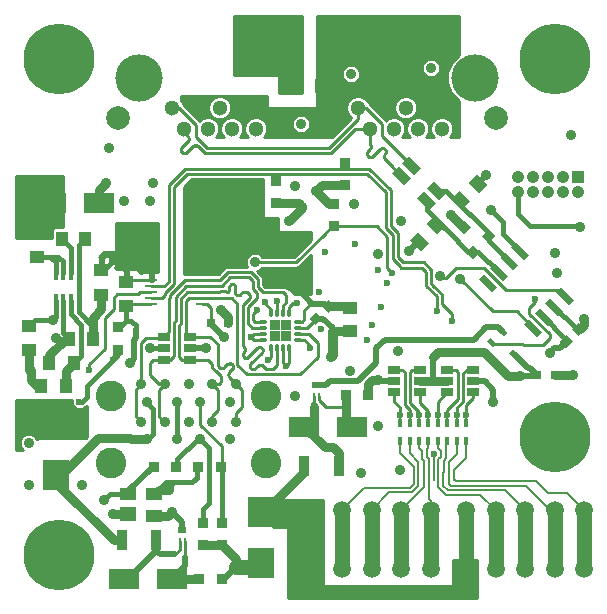
<source format=gbl>
G04 #@! TF.FileFunction,Copper,L4,Bot,Signal*
%FSLAX46Y46*%
G04 Gerber Fmt 4.6, Leading zero omitted, Abs format (unit mm)*
G04 Created by KiCad (PCBNEW 4.0.6-e0-6349~52~ubuntu16.10.1) date Fri May 26 15:17:48 2017*
%MOMM*%
%LPD*%
G01*
G04 APERTURE LIST*
%ADD10C,0.150000*%
%ADD11C,1.300000*%
%ADD12C,4.000000*%
%ADD13C,2.000000*%
%ADD14R,1.250000X1.000000*%
%ADD15R,1.000000X1.250000*%
%ADD16R,2.500000X2.300000*%
%ADD17R,1.050000X1.050000*%
%ADD18C,1.050000*%
%ADD19C,6.000000*%
%ADD20R,1.300000X1.000000*%
%ADD21R,1.000000X1.300000*%
%ADD22R,0.420000X1.300000*%
%ADD23R,1.100000X0.250000*%
%ADD24C,0.900000*%
%ADD25C,2.600000*%
%ADD26R,2.500000X1.800000*%
%ADD27R,2.300000X2.500000*%
%ADD28R,0.900000X1.700000*%
%ADD29C,1.500000*%
%ADD30R,0.200000X0.600000*%
%ADD31R,0.430000X0.760000*%
%ADD32R,1.060000X0.650000*%
%ADD33R,0.800000X0.750000*%
%ADD34O,0.300000X0.750000*%
%ADD35O,0.750000X0.300000*%
%ADD36R,0.900000X0.900000*%
%ADD37R,1.400000X1.200000*%
%ADD38R,1.400000X1.000000*%
%ADD39R,0.250000X0.600000*%
%ADD40R,0.700000X0.600000*%
%ADD41C,0.889000*%
%ADD42C,0.600000*%
%ADD43C,0.400000*%
%ADD44C,0.254000*%
%ADD45C,0.762000*%
%ADD46C,0.200000*%
%ADD47C,0.508000*%
%ADD48C,1.270000*%
G04 APERTURE END LIST*
D10*
D11*
X29325000Y-8140000D03*
X35415000Y-8140000D03*
X31355000Y-8140000D03*
X33385000Y-8140000D03*
X30345000Y-9920000D03*
X32375000Y-9920000D03*
X34405000Y-9920000D03*
X36435000Y-9920000D03*
D12*
X10775000Y-5600000D03*
D13*
X41000000Y-9030000D03*
D11*
X20685000Y-9920000D03*
X18655000Y-9920000D03*
X16625000Y-9920000D03*
X14595000Y-9920000D03*
X17635000Y-8140000D03*
X15605000Y-8140000D03*
X19665000Y-8140000D03*
X13575000Y-8140000D03*
D12*
X39225000Y-5600000D03*
D13*
X9000000Y-9030000D03*
D14*
X1500000Y-28600000D03*
X1500000Y-26600000D03*
X9700000Y-22900000D03*
X9700000Y-24900000D03*
D10*
G36*
X38131281Y-16752602D02*
X37247398Y-15868719D01*
X37954505Y-15161612D01*
X38838388Y-16045495D01*
X38131281Y-16752602D01*
X38131281Y-16752602D01*
G37*
G36*
X39545495Y-15338388D02*
X38661612Y-14454505D01*
X39368719Y-13747398D01*
X40252602Y-14631281D01*
X39545495Y-15338388D01*
X39545495Y-15338388D01*
G37*
G36*
X35868719Y-17247398D02*
X36752602Y-18131281D01*
X36045495Y-18838388D01*
X35161612Y-17954505D01*
X35868719Y-17247398D01*
X35868719Y-17247398D01*
G37*
G36*
X34454505Y-18661612D02*
X35338388Y-19545495D01*
X34631281Y-20252602D01*
X33747398Y-19368719D01*
X34454505Y-18661612D01*
X34454505Y-18661612D01*
G37*
D15*
X6250000Y-19200000D03*
X4250000Y-19200000D03*
X24200000Y-6300000D03*
X26200000Y-6300000D03*
D10*
G36*
X40404396Y-18420137D02*
X40970152Y-18985893D01*
X40404396Y-19551649D01*
X39838640Y-18985893D01*
X40404396Y-18420137D01*
X40404396Y-18420137D01*
G37*
G36*
X39060893Y-19763640D02*
X39626649Y-20329396D01*
X39060893Y-20895152D01*
X38495137Y-20329396D01*
X39060893Y-19763640D01*
X39060893Y-19763640D01*
G37*
G36*
X38319152Y-17678396D02*
X38884908Y-18244152D01*
X38319152Y-18809908D01*
X37753396Y-18244152D01*
X38319152Y-17678396D01*
X38319152Y-17678396D01*
G37*
D15*
X4875000Y-27675000D03*
X6875000Y-27675000D03*
D16*
X22850000Y-3000000D03*
X27150000Y-3000000D03*
D17*
X48000000Y-14000000D03*
D18*
X46730000Y-14000000D03*
X45460000Y-14000000D03*
X44190000Y-14000000D03*
X42920000Y-14000000D03*
X46730000Y-15270000D03*
X45460000Y-15270000D03*
X44190000Y-15270000D03*
X42920000Y-15270000D03*
X48000000Y-15270000D03*
D19*
X46000000Y-4000000D03*
X46000000Y-36000000D03*
X4000000Y-4000000D03*
X4000000Y-46000000D03*
D20*
X2150000Y-20725000D03*
X2150000Y-18625000D03*
X7600000Y-21850000D03*
X7600000Y-23950000D03*
D21*
X5300000Y-29750000D03*
X3200000Y-29750000D03*
X2500000Y-31700000D03*
X4600000Y-31700000D03*
D22*
X3725000Y-22125000D03*
X4375000Y-22125000D03*
X5025000Y-22125000D03*
X5675000Y-22125000D03*
X5675000Y-24475000D03*
X5025000Y-24475000D03*
X4375000Y-24475000D03*
X3725000Y-24475000D03*
D10*
G36*
X35207107Y-14924264D02*
X35772792Y-14358579D01*
X36762741Y-15348528D01*
X36197056Y-15914213D01*
X35207107Y-14924264D01*
X35207107Y-14924264D01*
G37*
G36*
X32237259Y-13651472D02*
X32802944Y-13085787D01*
X33792893Y-14075736D01*
X33227208Y-14641421D01*
X32237259Y-13651472D01*
X32237259Y-13651472D01*
G37*
G36*
X34358579Y-15772792D02*
X34924264Y-15207107D01*
X35914213Y-16197056D01*
X35348528Y-16762741D01*
X34358579Y-15772792D01*
X34358579Y-15772792D01*
G37*
G36*
X33085787Y-12802944D02*
X33651472Y-12237259D01*
X34641421Y-13227208D01*
X34075736Y-13792893D01*
X33085787Y-12802944D01*
X33085787Y-12802944D01*
G37*
G36*
X47616367Y-24398026D02*
X47192103Y-24822290D01*
X46096087Y-23726274D01*
X46520351Y-23302010D01*
X47616367Y-24398026D01*
X47616367Y-24398026D01*
G37*
G36*
X46718341Y-25296052D02*
X46294077Y-25720316D01*
X45198061Y-24624300D01*
X45622325Y-24200036D01*
X46718341Y-25296052D01*
X46718341Y-25296052D01*
G37*
G36*
X45820316Y-26194077D02*
X45396052Y-26618341D01*
X44300036Y-25522325D01*
X44724300Y-25098061D01*
X45820316Y-26194077D01*
X45820316Y-26194077D01*
G37*
G36*
X44922290Y-27092103D02*
X44498026Y-27516367D01*
X43402010Y-26420351D01*
X43826274Y-25996087D01*
X44922290Y-27092103D01*
X44922290Y-27092103D01*
G37*
G36*
X41103913Y-23273726D02*
X40679649Y-23697990D01*
X39583633Y-22601974D01*
X40007897Y-22177710D01*
X41103913Y-23273726D01*
X41103913Y-23273726D01*
G37*
G36*
X42001939Y-22375700D02*
X41577675Y-22799964D01*
X40481659Y-21703948D01*
X40905923Y-21279684D01*
X42001939Y-22375700D01*
X42001939Y-22375700D01*
G37*
G36*
X42899964Y-21477675D02*
X42475700Y-21901939D01*
X41379684Y-20805923D01*
X41803948Y-20381659D01*
X42899964Y-21477675D01*
X42899964Y-21477675D01*
G37*
G36*
X43797990Y-20579649D02*
X43373726Y-21003913D01*
X42277710Y-19907897D01*
X42701974Y-19483633D01*
X43797990Y-20579649D01*
X43797990Y-20579649D01*
G37*
D23*
X11850000Y-24750000D03*
X11850000Y-24250000D03*
X11850000Y-23750000D03*
X11850000Y-23250000D03*
X11850000Y-22750000D03*
X16150000Y-22750000D03*
X16150000Y-23250000D03*
X16150000Y-23750000D03*
X16150000Y-24250000D03*
X16150000Y-24750000D03*
D24*
X19000000Y-31500000D03*
X17000000Y-31500000D03*
X15000000Y-31500000D03*
X13000000Y-31500000D03*
X18500000Y-33000000D03*
X16000000Y-33000000D03*
X14000000Y-33000000D03*
X11000000Y-31500000D03*
X11500000Y-33000000D03*
X19000000Y-34700000D03*
X17000000Y-34700000D03*
X15000000Y-34700000D03*
X13000000Y-34700000D03*
X11000000Y-34700000D03*
X18500000Y-36200000D03*
X16000000Y-36200000D03*
X14000000Y-36200000D03*
D25*
X21570000Y-32520000D03*
X8430000Y-32520000D03*
X8430000Y-38200000D03*
D24*
X11500000Y-36200000D03*
D25*
X21570000Y-38200000D03*
D26*
X28800000Y-35150000D03*
X24800000Y-35150000D03*
D27*
X21100000Y-42350000D03*
X21100000Y-46650000D03*
D28*
X24800000Y-38450000D03*
X27700000Y-38450000D03*
D29*
X41000000Y-47200000D03*
X38500000Y-47200000D03*
X38500000Y-42200000D03*
X41000000Y-42200000D03*
X48500000Y-42200000D03*
X48500000Y-47200000D03*
X46000000Y-47200000D03*
X46000000Y-42200000D03*
X43500000Y-47200000D03*
X43500000Y-42200000D03*
X28000000Y-47200000D03*
X25500000Y-47200000D03*
X25500000Y-42200000D03*
X28000000Y-42200000D03*
X35500000Y-42200000D03*
X35500000Y-47200000D03*
X33000000Y-47200000D03*
X33000000Y-42200000D03*
X30500000Y-47200000D03*
X30500000Y-42200000D03*
D30*
X37050000Y-38450000D03*
X37450000Y-39450000D03*
X36550000Y-39450000D03*
X34050000Y-39450000D03*
X34950000Y-39450000D03*
X34450000Y-38450000D03*
X35350000Y-38450000D03*
X36150000Y-38450000D03*
X35750000Y-39450000D03*
D31*
X35300000Y-34790000D03*
X35300000Y-36310000D03*
X36100000Y-34790000D03*
X36100000Y-36310000D03*
X34500000Y-34790000D03*
X36900000Y-34790000D03*
X36900000Y-36310000D03*
X34500000Y-36310000D03*
X37700000Y-34790000D03*
X38500000Y-34790000D03*
X32900000Y-34790000D03*
X33700000Y-34790000D03*
X33700000Y-36310000D03*
X32900000Y-36310000D03*
X38500000Y-36310000D03*
X37700000Y-36310000D03*
D32*
X39100000Y-30300000D03*
X39100000Y-31250000D03*
X39100000Y-32200000D03*
X36900000Y-32200000D03*
X36900000Y-30300000D03*
X36900000Y-31250000D03*
X32400000Y-32200000D03*
X32400000Y-31250000D03*
X32400000Y-30300000D03*
X34600000Y-30300000D03*
X34600000Y-32200000D03*
X34600000Y-31250000D03*
D10*
G36*
X46951992Y-28478338D02*
X46421662Y-27948008D01*
X46987348Y-27382322D01*
X47517678Y-27912652D01*
X46951992Y-28478338D01*
X46951992Y-28478338D01*
G37*
G36*
X48012652Y-27417678D02*
X47482322Y-26887348D01*
X48048008Y-26321662D01*
X48578338Y-26851992D01*
X48012652Y-27417678D01*
X48012652Y-27417678D01*
G37*
D26*
X3375000Y-16175000D03*
X7375000Y-16175000D03*
D32*
X12900000Y-29450000D03*
X12900000Y-28500000D03*
X12900000Y-27550000D03*
X15100000Y-27550000D03*
X15100000Y-29450000D03*
X15100000Y-28500000D03*
D33*
X44500000Y-30750000D03*
X46000000Y-30750000D03*
D10*
G36*
X25751992Y-26528338D02*
X25221662Y-25998008D01*
X25787348Y-25432322D01*
X26317678Y-25962652D01*
X25751992Y-26528338D01*
X25751992Y-26528338D01*
G37*
G36*
X26812652Y-25467678D02*
X26282322Y-24937348D01*
X26848008Y-24371662D01*
X27378338Y-24901992D01*
X26812652Y-25467678D01*
X26812652Y-25467678D01*
G37*
D34*
X23500000Y-28475000D03*
X23000000Y-28475000D03*
X22500000Y-28475000D03*
X22000000Y-28475000D03*
D35*
X21275000Y-27750000D03*
X21275000Y-27250000D03*
X21275000Y-26750000D03*
X21275000Y-26250000D03*
D34*
X22000000Y-25525000D03*
X22500000Y-25525000D03*
X23000000Y-25525000D03*
X23500000Y-25525000D03*
D35*
X24225000Y-26250000D03*
X24225000Y-26750000D03*
X24225000Y-27250000D03*
X24225000Y-27750000D03*
D36*
X22300000Y-26550000D03*
X23200000Y-26550000D03*
X22300000Y-27450000D03*
X23200000Y-27450000D03*
D37*
X9900000Y-42520000D03*
D38*
X9900000Y-40800000D03*
X12100000Y-40800000D03*
X12100000Y-42700000D03*
D33*
X18350000Y-26350000D03*
X16850000Y-26350000D03*
D26*
X13550000Y-48050000D03*
X9550000Y-48050000D03*
D27*
X3800000Y-39200000D03*
X3800000Y-34900000D03*
D28*
X9350000Y-44750000D03*
X12250000Y-44750000D03*
D10*
G36*
X40771662Y-28409099D02*
X40276688Y-27914125D01*
X40594886Y-27595927D01*
X41089860Y-28090901D01*
X40771662Y-28409099D01*
X40771662Y-28409099D01*
G37*
G36*
X41690901Y-27489860D02*
X41195927Y-26994886D01*
X41514125Y-26676688D01*
X42009099Y-27171662D01*
X41690901Y-27489860D01*
X41690901Y-27489860D01*
G37*
G36*
X42645495Y-29363693D02*
X42150521Y-28868719D01*
X42468719Y-28550521D01*
X42963693Y-29045495D01*
X42645495Y-29363693D01*
X42645495Y-29363693D01*
G37*
D39*
X26025000Y-32500000D03*
X25575000Y-32500000D03*
D40*
X25800000Y-31600000D03*
D39*
X14675000Y-44800000D03*
X14225000Y-44800000D03*
D40*
X14450000Y-43900000D03*
D36*
X16250000Y-43250000D03*
X16250000Y-45150000D03*
X17850000Y-43250000D03*
X17850000Y-45150000D03*
X28300000Y-32450000D03*
X30200000Y-32450000D03*
X12050000Y-38500000D03*
X13950000Y-38500000D03*
X15800000Y-38500000D03*
X17700000Y-38500000D03*
X15900000Y-48000000D03*
X17800000Y-48000000D03*
X28200000Y-14700000D03*
X28200000Y-12800000D03*
X22400000Y-16200000D03*
X22400000Y-14300000D03*
X9000000Y-26700000D03*
X9000000Y-28600000D03*
D14*
X28700000Y-25050000D03*
X28700000Y-27050000D03*
D36*
X27300000Y-18150000D03*
X27300000Y-16250000D03*
D41*
X24500000Y-9500000D03*
X35500000Y-4750000D03*
X28750000Y-5250000D03*
X48100000Y-18200000D03*
D42*
X37300000Y-26150000D03*
X36000000Y-25350000D03*
D41*
X3500000Y-26100000D03*
X36300000Y-22400000D03*
X38000000Y-22600000D03*
X20250000Y-1250000D03*
X20250000Y-3250000D03*
X20250000Y-5000000D03*
X23000000Y-5000000D03*
X40600000Y-16800000D03*
X3750000Y-27650000D03*
X37000000Y-1250000D03*
X32250000Y-3000000D03*
X29500000Y-1250000D03*
X2000000Y-34750000D03*
X5500000Y-35000000D03*
D42*
X31250000Y-25000000D03*
D41*
X48500000Y-26000000D03*
X47500000Y-30750000D03*
D42*
X21500000Y-24600000D03*
D41*
X37200000Y-17200000D03*
X47400000Y-10400000D03*
X33650000Y-20250000D03*
X21800000Y-22900000D03*
X20750000Y-14500000D03*
X12000000Y-14500000D03*
X20750000Y-16000000D03*
X9500000Y-16000000D03*
X8250000Y-11500000D03*
X11750000Y-16000000D03*
X24000000Y-32500000D03*
X29550000Y-39050000D03*
X32900000Y-38800000D03*
X19000000Y-47000000D03*
X28700000Y-30400000D03*
X31000000Y-31200000D03*
X40150000Y-13850000D03*
X31000000Y-20500000D03*
D42*
X29100000Y-19650000D03*
X20250000Y-27500000D03*
D41*
X17750000Y-25250000D03*
X1450000Y-40050000D03*
X5950000Y-40050000D03*
X8600000Y-42550000D03*
X1650000Y-30450000D03*
X8700000Y-21000000D03*
X46150000Y-22150000D03*
X29000000Y-16250000D03*
X11750000Y-28500000D03*
X16000000Y-15750000D03*
X19250000Y-16250000D03*
X16750000Y-21500000D03*
X24500000Y-23250000D03*
X16412500Y-17981250D03*
X16400000Y-19000000D03*
X17250000Y-19000000D03*
X16412500Y-20118750D03*
X17237500Y-20118750D03*
X17237500Y-17981250D03*
X11475000Y-18675000D03*
X11175000Y-20925000D03*
X40800000Y-33000000D03*
D42*
X26200000Y-26900000D03*
X30100000Y-27800000D03*
X30500000Y-26550000D03*
X31050000Y-21850000D03*
X31800000Y-22950000D03*
X35750000Y-37450000D03*
X26000000Y-23750000D03*
X26500000Y-20350000D03*
D41*
X24600000Y-16500000D03*
X24000000Y-14750000D03*
X23500000Y-17750000D03*
X32700000Y-28700000D03*
X27050000Y-29250000D03*
X25800000Y-15200000D03*
X10000000Y-29750000D03*
X31000000Y-35100000D03*
X16500000Y-28500000D03*
X17950000Y-27550000D03*
X13600000Y-42350000D03*
X1450000Y-36500000D03*
X43050000Y-30850000D03*
X33000000Y-17700000D03*
X45550000Y-28850000D03*
X46050000Y-20400000D03*
X8000000Y-14475000D03*
X1250000Y-17500000D03*
X1250000Y-16250000D03*
X1250000Y-14750000D03*
D42*
X32200000Y-22100000D03*
D41*
X20600000Y-21200000D03*
D42*
X37700000Y-34100000D03*
X38500000Y-34100000D03*
X35300000Y-34100000D03*
X36100000Y-34100000D03*
X34500000Y-34100000D03*
X36900000Y-34100000D03*
X32900000Y-34100000D03*
X33700000Y-34100000D03*
X24150000Y-24650000D03*
X20750000Y-25250000D03*
X25250000Y-28500000D03*
X21750000Y-29500000D03*
X22500000Y-24500000D03*
X23250000Y-30000000D03*
D41*
X7800000Y-41350000D03*
X13350000Y-40450000D03*
D42*
X44300000Y-24350000D03*
X5750000Y-33000000D03*
X8600000Y-29450000D03*
X6600000Y-30350000D03*
D43*
X42920000Y-17120000D02*
X42920000Y-15270000D01*
X43900000Y-18100000D02*
X42920000Y-17120000D01*
X48000000Y-18100000D02*
X43900000Y-18100000D01*
X48100000Y-18200000D02*
X48000000Y-18100000D01*
D44*
X37300000Y-26150000D02*
X37300000Y-25565998D01*
X36434002Y-23909002D02*
X35712500Y-23187500D01*
X36434002Y-24700000D02*
X36434002Y-23909002D01*
X37300000Y-25565998D02*
X36434002Y-24700000D01*
X33175000Y-21225000D02*
X34900000Y-21225000D01*
X35525000Y-23000000D02*
X35712500Y-23187500D01*
X35525000Y-21850000D02*
X35525000Y-23000000D01*
X34900000Y-21225000D02*
X35525000Y-21850000D01*
X30300000Y-13300000D02*
X32100000Y-15100000D01*
X29100000Y-13300000D02*
X30300000Y-13300000D01*
X32700000Y-20750000D02*
X32987500Y-21037500D01*
X32987500Y-21037500D02*
X33175000Y-21225000D01*
X32700000Y-18700000D02*
X32700000Y-20750000D01*
X32100000Y-18100000D02*
X32700000Y-18700000D01*
X32100000Y-15100000D02*
X32100000Y-18100000D01*
X29100000Y-13300000D02*
X28300000Y-13300000D01*
X28300000Y-13300000D02*
X28200000Y-13200000D01*
X28200000Y-13200000D02*
X28200000Y-12800000D01*
X13315998Y-14850000D02*
X13315998Y-14684002D01*
X14700000Y-13300000D02*
X29100000Y-13300000D01*
X13315998Y-14684002D02*
X14700000Y-13300000D01*
X12931140Y-23250000D02*
X13315998Y-22865142D01*
X13315998Y-22865142D02*
X13315998Y-14850000D01*
X11850000Y-23250000D02*
X12931140Y-23250000D01*
X36000000Y-25350000D02*
X36000000Y-24088772D01*
X32995230Y-21659002D02*
X32911228Y-21575000D01*
X34720230Y-21659002D02*
X32995230Y-21659002D01*
X35090998Y-22029770D02*
X34720230Y-21659002D01*
X35090998Y-23179770D02*
X35090998Y-22029770D01*
X36000000Y-24088772D02*
X35090998Y-23179770D01*
X23500000Y-13734002D02*
X22415998Y-13734002D01*
X22400000Y-13750000D02*
X22400000Y-14300000D01*
X22415998Y-13734002D02*
X22400000Y-13750000D01*
X13750000Y-20750000D02*
X13750000Y-14863772D01*
X12750000Y-24250000D02*
X13000000Y-24000000D01*
X13000000Y-24000000D02*
X13000000Y-23794912D01*
X13000000Y-23794912D02*
X13750000Y-23044912D01*
X13750000Y-23044912D02*
X13750000Y-20750000D01*
X11850000Y-24250000D02*
X12750000Y-24250000D01*
X32265998Y-20929770D02*
X32875000Y-21538772D01*
X23500000Y-13734002D02*
X30120230Y-13734002D01*
X30120230Y-13734002D02*
X31665998Y-15279770D01*
X31665998Y-15279770D02*
X31665998Y-18279770D01*
X31665998Y-18279770D02*
X32265998Y-18879770D01*
X32265998Y-18879770D02*
X32265998Y-20929770D01*
X14879770Y-13734002D02*
X23500000Y-13734002D01*
X13750000Y-14863772D02*
X14879770Y-13734002D01*
D43*
X3500000Y-26100000D02*
X2000000Y-26100000D01*
X2000000Y-26100000D02*
X1500000Y-26600000D01*
X3725000Y-24475000D02*
X3725000Y-25875000D01*
X3725000Y-25875000D02*
X3500000Y-26100000D01*
D44*
X45250000Y-23550000D02*
X41850000Y-23550000D01*
X41850000Y-23550000D02*
X41500000Y-23200000D01*
X36300000Y-22400000D02*
X36450000Y-22550000D01*
X36450000Y-22550000D02*
X36750000Y-22550000D01*
X36750000Y-22550000D02*
X37600000Y-21700000D01*
X37600000Y-21700000D02*
X40000000Y-21700000D01*
X40000000Y-21700000D02*
X41500000Y-23200000D01*
X45250000Y-23550000D02*
X46344077Y-23550000D01*
X46344077Y-23550000D02*
X46856227Y-24062150D01*
X46856227Y-24062150D02*
X46856227Y-24056227D01*
X42755923Y-25350000D02*
X44162150Y-26756227D01*
X40750000Y-25350000D02*
X42755923Y-25350000D01*
X38000000Y-22600000D02*
X40750000Y-25350000D01*
X29325000Y-8140000D02*
X29325000Y-9075000D01*
X15600000Y-9550000D02*
X14190000Y-8140000D01*
X15600000Y-10600000D02*
X15600000Y-9550000D01*
X16550000Y-11550000D02*
X15600000Y-10600000D01*
X26850000Y-11550000D02*
X16550000Y-11550000D01*
X29325000Y-9075000D02*
X26850000Y-11550000D01*
X14190000Y-8140000D02*
X13575000Y-8140000D01*
X31350000Y-9500000D02*
X31350000Y-10501472D01*
X31350000Y-10501472D02*
X33863604Y-13015076D01*
X29325000Y-8140000D02*
X29990000Y-8140000D01*
X29990000Y-8140000D02*
X31350000Y-9500000D01*
X33565076Y-13015076D02*
X33863604Y-13015076D01*
X14431362Y-11903393D02*
X14483884Y-11945278D01*
X14595000Y-9920000D02*
X14595000Y-10208772D01*
X15671706Y-11327494D02*
X15732232Y-11356642D01*
X14742577Y-11974425D02*
X14803103Y-11945278D01*
X14936228Y-10550000D02*
X14978113Y-10602522D01*
X14978113Y-10602522D02*
X15007260Y-10663048D01*
X15539033Y-11312546D02*
X15606212Y-11312546D01*
X14595000Y-10208772D02*
X14936228Y-10550000D01*
X15007260Y-10663048D02*
X15022209Y-10728542D01*
X15022209Y-10728542D02*
X15022209Y-10795721D01*
X14389477Y-11531651D02*
X14360329Y-11592177D01*
X15022209Y-10795721D02*
X15007260Y-10861215D01*
X14345381Y-11724850D02*
X14360329Y-11790344D01*
X15007260Y-10861215D02*
X14978113Y-10921741D01*
X14978113Y-10921741D02*
X14936228Y-10974264D01*
X14936228Y-10974264D02*
X14431362Y-11479129D01*
X14677083Y-11989374D02*
X14742577Y-11974425D01*
X14345381Y-11657671D02*
X14345381Y-11724850D01*
X14609904Y-11989374D02*
X14677083Y-11989374D01*
X14431362Y-11479129D02*
X14389477Y-11531651D01*
X15473539Y-11327494D02*
X15539033Y-11312546D01*
X14360329Y-11592177D02*
X14345381Y-11657671D01*
X14360329Y-11790344D02*
X14389477Y-11850870D01*
X15360491Y-11398527D02*
X15413013Y-11356642D01*
X14389477Y-11850870D02*
X14431362Y-11903393D01*
X14483884Y-11945278D02*
X14544410Y-11974425D01*
X14544410Y-11974425D02*
X14609904Y-11989374D01*
X14803103Y-11945278D02*
X14855626Y-11903393D01*
X14855626Y-11903393D02*
X15360491Y-11398527D01*
X15606212Y-11312546D02*
X15671706Y-11327494D01*
X15413013Y-11356642D02*
X15473539Y-11327494D01*
X15732232Y-11356642D02*
X15784756Y-11398528D01*
X15784756Y-11398528D02*
X16370230Y-11984002D01*
X16370230Y-11984002D02*
X27029770Y-11984002D01*
X27029770Y-11984002D02*
X29093772Y-9920000D01*
X29093772Y-9920000D02*
X30345000Y-9920000D01*
X30345000Y-9920000D02*
X30345000Y-11193528D01*
X30981395Y-11829923D02*
X31191223Y-11620096D01*
X31303042Y-11549834D02*
X31367825Y-11535047D01*
X30345000Y-11193528D02*
X30386885Y-11246050D01*
X30386885Y-11246050D02*
X30416032Y-11306576D01*
X30416032Y-11306576D02*
X30430981Y-11372070D01*
X30130947Y-12161701D02*
X30172832Y-12214223D01*
X30430981Y-11372070D02*
X30430981Y-11439249D01*
X30416032Y-11504743D02*
X30386885Y-11565269D01*
X30430981Y-11439249D02*
X30416032Y-11504743D01*
X30386885Y-11565269D02*
X30345000Y-11617792D01*
X31700533Y-11867755D02*
X31685746Y-11932537D01*
X31434273Y-11535046D02*
X31499056Y-11549833D01*
X30345000Y-11617792D02*
X30172832Y-11789959D01*
X31558925Y-11578665D02*
X31610877Y-11620095D01*
X30130947Y-11842482D02*
X30101799Y-11903008D01*
X31545223Y-12352193D02*
X31574054Y-12412062D01*
X30172832Y-11789959D02*
X30130947Y-11842482D01*
X30086850Y-11968502D02*
X30086850Y-12035681D01*
X30101799Y-11903008D02*
X30086850Y-11968502D01*
X31191223Y-11620096D02*
X31243173Y-11578664D01*
X30101799Y-12101175D02*
X30130947Y-12161701D01*
X31656915Y-11992406D02*
X31615485Y-12044359D01*
X30086850Y-12035681D02*
X30101799Y-12101175D01*
X30172832Y-12214223D02*
X30225354Y-12256108D01*
X30544573Y-12256108D02*
X30597096Y-12214223D01*
X30225354Y-12256108D02*
X30285880Y-12285255D01*
X31700533Y-11801307D02*
X31700533Y-11867755D01*
X30285880Y-12285255D02*
X30351374Y-12300204D01*
X31530436Y-12220961D02*
X31530437Y-12287411D01*
X30484047Y-12285255D02*
X30544573Y-12256108D01*
X30351374Y-12300204D02*
X30418553Y-12300204D01*
X30418553Y-12300204D02*
X30484047Y-12285255D01*
X30597096Y-12214223D02*
X30981395Y-11829923D01*
X31243173Y-11578664D02*
X31303042Y-11549834D01*
X31367825Y-11535047D02*
X31434273Y-11535046D01*
X31499056Y-11549833D02*
X31558925Y-11578665D01*
X31610877Y-11620095D02*
X31615485Y-11624703D01*
X31615485Y-11624703D02*
X31656915Y-11676654D01*
X31656915Y-11676654D02*
X31685746Y-11736523D01*
X31685746Y-11736523D02*
X31700533Y-11801307D01*
X31685746Y-11932537D02*
X31656915Y-11992406D01*
X31615485Y-12044359D02*
X31574054Y-12096310D01*
X31574054Y-12096310D02*
X31545223Y-12156179D01*
X31545223Y-12156179D02*
X31530436Y-12220961D01*
X31530437Y-12287411D02*
X31545223Y-12352193D01*
X31574054Y-12412062D02*
X31615484Y-12464013D01*
X31615484Y-12464013D02*
X32115471Y-12963999D01*
X32115471Y-12963999D02*
X33015076Y-13863604D01*
D45*
X22850000Y-3000000D02*
X22000000Y-3000000D01*
X22000000Y-3000000D02*
X20250000Y-1250000D01*
X20250000Y-3250000D02*
X20250000Y-5000000D01*
D43*
X5675000Y-24475000D02*
X5675000Y-22125000D01*
X5675000Y-22125000D02*
X5675000Y-19775000D01*
X5675000Y-19775000D02*
X6250000Y-19200000D01*
D45*
X7600000Y-23950000D02*
X7600000Y-25200000D01*
X6875000Y-25925000D02*
X6875000Y-27675000D01*
X7600000Y-25200000D02*
X6875000Y-25925000D01*
D43*
X5675000Y-24475000D02*
X5675000Y-25454754D01*
X6875000Y-26654754D02*
X6875000Y-27675000D01*
X5675000Y-25454754D02*
X6875000Y-26654754D01*
X40600000Y-16800000D02*
X41600000Y-17800000D01*
X41600000Y-18805923D02*
X43037850Y-20243773D01*
X41600000Y-17800000D02*
X41600000Y-18805923D01*
D44*
X43400000Y-20605923D02*
X43037850Y-20243773D01*
X43037850Y-20243773D02*
X43037850Y-20337850D01*
D43*
X5025000Y-22125000D02*
X5025000Y-19975000D01*
X5025000Y-19975000D02*
X4250000Y-19200000D01*
X4875000Y-27675000D02*
X3775000Y-27675000D01*
X3775000Y-27675000D02*
X3750000Y-27650000D01*
X4375000Y-24475000D02*
X4375000Y-27175000D01*
X4375000Y-27175000D02*
X4875000Y-27675000D01*
D45*
X4875000Y-27675000D02*
X4575000Y-27675000D01*
X4575000Y-27675000D02*
X3200000Y-29050000D01*
X3200000Y-29050000D02*
X3200000Y-29750000D01*
X4875000Y-27675000D02*
X4825000Y-27675000D01*
X4800000Y-27600000D02*
X4875000Y-27675000D01*
D46*
X29500000Y-1250000D02*
X37000000Y-1250000D01*
X29500000Y-1250000D02*
X30500000Y-1250000D01*
X30500000Y-1250000D02*
X32250000Y-3000000D01*
D45*
X27750000Y-3000000D02*
X29500000Y-1250000D01*
D44*
X2150000Y-34900000D02*
X2000000Y-34750000D01*
X2150000Y-34900000D02*
X3800000Y-34900000D01*
D45*
X27150000Y-3000000D02*
X27750000Y-3000000D01*
X48030330Y-26869670D02*
X48119670Y-26869670D01*
X48119670Y-26869670D02*
X48500000Y-26489340D01*
X48500000Y-26489340D02*
X48500000Y-26000000D01*
X46000000Y-30750000D02*
X47500000Y-30750000D01*
D44*
X22000000Y-25525000D02*
X22000000Y-25200000D01*
X22000000Y-25200000D02*
X21500000Y-24700000D01*
X21500000Y-24700000D02*
X21500000Y-24600000D01*
D45*
X38319152Y-18244152D02*
X38244152Y-18244152D01*
X38244152Y-18244152D02*
X37200000Y-17200000D01*
D47*
X34442893Y-19457107D02*
X33650000Y-20250000D01*
D45*
X26830330Y-24919670D02*
X28569670Y-24919670D01*
X28569670Y-24919670D02*
X28700000Y-25050000D01*
X4000000Y-34700000D02*
X3800000Y-34900000D01*
X2500000Y-31700000D02*
X2150000Y-31700000D01*
X2150000Y-31700000D02*
X1650000Y-31200000D01*
X1650000Y-31200000D02*
X1650000Y-30450000D01*
X19000000Y-47000000D02*
X19000000Y-46300000D01*
X19000000Y-46300000D02*
X17850000Y-45150000D01*
X17850000Y-45150000D02*
X16250000Y-45150000D01*
D47*
X26830330Y-24919670D02*
X26780330Y-24919670D01*
X26780330Y-24919670D02*
X26560660Y-24700000D01*
X26560660Y-24700000D02*
X25450000Y-24700000D01*
X25450000Y-24700000D02*
X24500000Y-23750000D01*
X24500000Y-23750000D02*
X24500000Y-23250000D01*
D44*
X24225000Y-26250000D02*
X24600000Y-26250000D01*
X24600000Y-26250000D02*
X24800000Y-26050000D01*
X24800000Y-26050000D02*
X24800000Y-25250000D01*
X24800000Y-25250000D02*
X25350000Y-24700000D01*
X25350000Y-24700000D02*
X26560660Y-24700000D01*
X26560660Y-24700000D02*
X26730330Y-24869670D01*
D45*
X31000000Y-31200000D02*
X30550000Y-31200000D01*
D47*
X31050000Y-31250000D02*
X31000000Y-31200000D01*
X32400000Y-31250000D02*
X31050000Y-31250000D01*
D45*
X30200000Y-31550000D02*
X30200000Y-32450000D01*
X30550000Y-31200000D02*
X30200000Y-31550000D01*
D48*
X20750000Y-47000000D02*
X19000000Y-47000000D01*
D47*
X19000000Y-47000000D02*
X18000000Y-48000000D01*
D48*
X20750000Y-47000000D02*
X21100000Y-46650000D01*
D47*
X17800000Y-48000000D02*
X18000000Y-48000000D01*
X39457107Y-14542893D02*
X40150000Y-13850000D01*
D44*
X21275000Y-27750000D02*
X20500000Y-27750000D01*
X20500000Y-27250000D02*
X20250000Y-27500000D01*
X20500000Y-27250000D02*
X21275000Y-27250000D01*
X20500000Y-27750000D02*
X20250000Y-27500000D01*
D45*
X18350000Y-26350000D02*
X18350000Y-25850000D01*
X18350000Y-25850000D02*
X17750000Y-25250000D01*
X9900000Y-42520000D02*
X8630000Y-42520000D01*
X8630000Y-42520000D02*
X8600000Y-42550000D01*
D47*
X34542893Y-19457107D02*
X34442893Y-19457107D01*
D45*
X3800000Y-34900000D02*
X4200000Y-34900000D01*
X1500000Y-28600000D02*
X1500000Y-30300000D01*
X1500000Y-30300000D02*
X1650000Y-30450000D01*
D44*
X11850000Y-22750000D02*
X9850000Y-22750000D01*
X9850000Y-22750000D02*
X9700000Y-22900000D01*
D43*
X7600000Y-21850000D02*
X7850000Y-21850000D01*
X7850000Y-21850000D02*
X8700000Y-21000000D01*
X12900000Y-28500000D02*
X11750000Y-28500000D01*
D46*
X38294152Y-18294152D02*
X38394152Y-18294152D01*
D47*
X39100000Y-31250000D02*
X40050000Y-31250000D01*
X40050000Y-31250000D02*
X40800000Y-32000000D01*
X40800000Y-32000000D02*
X40800000Y-33000000D01*
D46*
X35750000Y-39450000D02*
X35750000Y-37450000D01*
D43*
X45958201Y-24960176D02*
X45960176Y-24960176D01*
X45960176Y-24960176D02*
X47692893Y-26692893D01*
X47692893Y-26692893D02*
X48207107Y-26692893D01*
D45*
X24600000Y-16500000D02*
X24600000Y-16650000D01*
X24300000Y-16200000D02*
X24600000Y-16500000D01*
X22400000Y-16200000D02*
X24300000Y-16200000D01*
X24600000Y-16650000D02*
X23500000Y-17750000D01*
X27300000Y-16250000D02*
X26850000Y-16250000D01*
X26850000Y-16250000D02*
X25800000Y-15200000D01*
X43050000Y-30850000D02*
X42050000Y-30850000D01*
X42050000Y-30850000D02*
X40000000Y-28800000D01*
X40000000Y-28800000D02*
X36100000Y-28800000D01*
X36100000Y-28800000D02*
X35700000Y-29200000D01*
D43*
X28700000Y-27050000D02*
X27200000Y-27050000D01*
D47*
X27050000Y-27050000D02*
X27050000Y-29250000D01*
D45*
X27200000Y-29100000D02*
X27050000Y-29250000D01*
X27200000Y-27300000D02*
X27200000Y-29100000D01*
D43*
X27050000Y-28250000D02*
X27050000Y-29250000D01*
X27200000Y-28100000D02*
X27050000Y-28250000D01*
X27200000Y-27050000D02*
X27200000Y-28100000D01*
D47*
X25769670Y-25980330D02*
X26380330Y-25980330D01*
X27200000Y-26800000D02*
X27200000Y-27300000D01*
X26380330Y-25980330D02*
X27200000Y-26800000D01*
D45*
X27450000Y-27050000D02*
X27200000Y-27300000D01*
X28700000Y-27050000D02*
X27450000Y-27050000D01*
X28200000Y-14700000D02*
X26300000Y-14700000D01*
X26300000Y-14700000D02*
X25800000Y-15200000D01*
D47*
X10500000Y-26850000D02*
X10500000Y-27650000D01*
X10500000Y-27650000D02*
X10388998Y-27761002D01*
X10388998Y-29361002D02*
X10000000Y-29750000D01*
X10388998Y-27761002D02*
X10388998Y-29361002D01*
D43*
X9700000Y-26150000D02*
X10100000Y-26150000D01*
X10500000Y-26550000D02*
X10500000Y-26850000D01*
X10100000Y-26150000D02*
X10500000Y-26550000D01*
X9700000Y-24900000D02*
X9700000Y-26150000D01*
X9700000Y-26150000D02*
X9150000Y-26700000D01*
D44*
X24225000Y-26750000D02*
X25000000Y-26750000D01*
X25000000Y-26750000D02*
X25769670Y-25980330D01*
D47*
X43050000Y-30850000D02*
X44400000Y-30850000D01*
X44400000Y-30850000D02*
X44500000Y-30750000D01*
X42557107Y-28957107D02*
X43750000Y-30150000D01*
X43900000Y-30150000D02*
X44500000Y-30750000D01*
X43750000Y-30150000D02*
X43900000Y-30150000D01*
X43050000Y-30650000D02*
X43050000Y-30850000D01*
X15100000Y-28500000D02*
X16500000Y-28500000D01*
D44*
X16850000Y-26350000D02*
X16850000Y-25050000D01*
X16850000Y-25050000D02*
X16550000Y-24750000D01*
X16550000Y-24750000D02*
X16150000Y-24750000D01*
D47*
X16850000Y-26350000D02*
X16850000Y-26450000D01*
X16850000Y-26450000D02*
X17950000Y-27550000D01*
X14450000Y-43900000D02*
X14450000Y-43200000D01*
D45*
X13250000Y-42700000D02*
X13600000Y-42350000D01*
X13250000Y-42700000D02*
X12100000Y-42700000D01*
D47*
X14450000Y-43200000D02*
X13600000Y-42350000D01*
D44*
X11850000Y-24750000D02*
X9850000Y-24750000D01*
X9850000Y-24750000D02*
X9700000Y-24900000D01*
D47*
X35700000Y-31250000D02*
X35700000Y-29200000D01*
X40000000Y-28800000D02*
X42050000Y-30850000D01*
X36100000Y-28800000D02*
X40000000Y-28800000D01*
X35700000Y-29200000D02*
X36100000Y-28800000D01*
D45*
X36900000Y-31250000D02*
X35700000Y-31250000D01*
X35700000Y-31250000D02*
X34600000Y-31250000D01*
D47*
X45550000Y-28850000D02*
X45900000Y-28500000D01*
X45900000Y-28500000D02*
X46400000Y-28500000D01*
X46400000Y-28500000D02*
X46969670Y-27930330D01*
D43*
X45060176Y-25858201D02*
X45060176Y-25860176D01*
X45060176Y-25860176D02*
X46792893Y-27592893D01*
X46792893Y-27592893D02*
X46792893Y-28107107D01*
X38042893Y-15957107D02*
X37607107Y-15957107D01*
X37607107Y-15957107D02*
X37150000Y-15500000D01*
X35984924Y-15136396D02*
X36786396Y-15136396D01*
X36786396Y-15136396D02*
X37150000Y-15500000D01*
X37150000Y-15500000D02*
X40404396Y-18754396D01*
X40404396Y-18754396D02*
X40404396Y-18985893D01*
X40404396Y-18904396D02*
X40404396Y-18985893D01*
X40404396Y-18985893D02*
X40404396Y-19406371D01*
X40404396Y-19406371D02*
X42139824Y-21141799D01*
D47*
X42139824Y-21141799D02*
X42139824Y-21139824D01*
X42139824Y-21141799D02*
X42139824Y-21039824D01*
D43*
X35957107Y-18042893D02*
X36392893Y-18042893D01*
X36392893Y-18042893D02*
X37000000Y-18650000D01*
X35136396Y-15984924D02*
X35136396Y-16786396D01*
X35136396Y-16786396D02*
X37000000Y-18650000D01*
X37000000Y-18650000D02*
X38679396Y-20329396D01*
X38679396Y-20329396D02*
X39060893Y-20329396D01*
X38929396Y-20329396D02*
X39060893Y-20329396D01*
X38829396Y-20329396D02*
X39060893Y-20329396D01*
X39060893Y-20329396D02*
X39531371Y-20329396D01*
X39531371Y-20329396D02*
X41241799Y-22039824D01*
D47*
X41241799Y-22039824D02*
X41239824Y-22039824D01*
D45*
X7375000Y-16175000D02*
X7375000Y-15100000D01*
X7375000Y-15100000D02*
X8000000Y-14475000D01*
D43*
X4375000Y-22125000D02*
X4375000Y-21125000D01*
X3975000Y-20725000D02*
X3275000Y-20725000D01*
X4375000Y-21125000D02*
X3975000Y-20725000D01*
X3725000Y-22125000D02*
X3725000Y-21175000D01*
X3275000Y-20725000D02*
X2150000Y-20725000D01*
X3725000Y-21175000D02*
X3275000Y-20725000D01*
D45*
X1250000Y-17500000D02*
X1250000Y-16250000D01*
X4600000Y-31700000D02*
X4600000Y-30450000D01*
X4600000Y-30450000D02*
X5300000Y-29750000D01*
D43*
X5025000Y-24475000D02*
X5025000Y-25625000D01*
X5900000Y-29150000D02*
X5300000Y-29750000D01*
X5900000Y-26500000D02*
X5900000Y-29150000D01*
X5025000Y-25625000D02*
X5900000Y-26500000D01*
D44*
X31831996Y-20100000D02*
X31831996Y-19059540D01*
X31831996Y-19059540D02*
X30922456Y-18150000D01*
X30922456Y-18150000D02*
X27150000Y-18150000D01*
X27150000Y-18150000D02*
X26500000Y-18800000D01*
X24100000Y-21200000D02*
X26500000Y-18800000D01*
X31831996Y-20100000D02*
X31831996Y-21731996D01*
X31831996Y-21731996D02*
X32200000Y-22100000D01*
X20600000Y-21200000D02*
X24100000Y-21200000D01*
D43*
X16000000Y-36200000D02*
X16750000Y-36950000D01*
X16250000Y-42100000D02*
X16250000Y-43250000D01*
X16750000Y-41600000D02*
X16250000Y-42100000D01*
X16750000Y-36950000D02*
X16750000Y-41600000D01*
X16000000Y-36200000D02*
X15750000Y-36200000D01*
X15750000Y-36200000D02*
X14050000Y-37900000D01*
X14050000Y-37900000D02*
X14050000Y-38500000D01*
D44*
X16000000Y-36200000D02*
X16200000Y-36200000D01*
X14050000Y-38500000D02*
X14050000Y-37950000D01*
X14050000Y-37950000D02*
X15800000Y-36200000D01*
X15800000Y-36200000D02*
X16000000Y-36200000D01*
D43*
X17850000Y-43250000D02*
X17850000Y-38650000D01*
X17850000Y-38650000D02*
X17700000Y-38500000D01*
D44*
X17800000Y-38500000D02*
X17800000Y-36800000D01*
X17800000Y-36800000D02*
X16000000Y-35000000D01*
X16000000Y-35000000D02*
X16000000Y-33000000D01*
D43*
X14000000Y-36200000D02*
X14000000Y-33000000D01*
D44*
X21950000Y-23750000D02*
X21300000Y-23750000D01*
X17650000Y-22750000D02*
X16150000Y-22750000D01*
X18350000Y-22050000D02*
X17650000Y-22750000D01*
X20250000Y-22050000D02*
X18350000Y-22050000D01*
X20850000Y-22650000D02*
X20250000Y-22050000D01*
X20850000Y-23300000D02*
X20850000Y-22650000D01*
X21300000Y-23750000D02*
X20850000Y-23300000D01*
X23000000Y-25525000D02*
X23000000Y-24861228D01*
X23000000Y-23750000D02*
X21950000Y-23750000D01*
X23200000Y-23950000D02*
X23000000Y-23750000D01*
X23200000Y-24661228D02*
X23200000Y-23950000D01*
X23000000Y-24861228D02*
X23200000Y-24661228D01*
X16150000Y-22750000D02*
X14658684Y-22750000D01*
X13300000Y-27150000D02*
X12850000Y-27600000D01*
X13300000Y-24313772D02*
X13300000Y-27150000D01*
X13450000Y-24163772D02*
X13300000Y-24313772D01*
X13450000Y-23958684D02*
X13450000Y-24163772D01*
X14658684Y-22750000D02*
X13450000Y-23958684D01*
X12850000Y-27600000D02*
X11400000Y-27600000D01*
X10950000Y-28050000D02*
X10950000Y-31450000D01*
X11400000Y-27600000D02*
X10950000Y-28050000D01*
X10950000Y-31450000D02*
X11000000Y-31500000D01*
X12900000Y-27550000D02*
X12550000Y-27550000D01*
X11000000Y-31256946D02*
X11000000Y-31500000D01*
X11000000Y-34700000D02*
X10950000Y-34700000D01*
X10950000Y-34700000D02*
X10500000Y-34250000D01*
X10500000Y-34250000D02*
X10500000Y-32000000D01*
X10500000Y-32000000D02*
X11000000Y-31500000D01*
X12900000Y-29450000D02*
X11950000Y-29450000D01*
X11950000Y-29450000D02*
X11700000Y-29700000D01*
X20743114Y-24200000D02*
X20743114Y-23806886D01*
X17829770Y-23184002D02*
X17515998Y-23184002D01*
X18529770Y-22484002D02*
X17829770Y-23184002D01*
X20070230Y-22484002D02*
X18529770Y-22484002D01*
X20415998Y-22829770D02*
X20070230Y-22484002D01*
X20415998Y-23479770D02*
X20415998Y-22829770D01*
X20743114Y-23806886D02*
X20415998Y-23479770D01*
X21275000Y-26750000D02*
X20400000Y-26750000D01*
X17450000Y-23250000D02*
X16150000Y-23250000D01*
X17515998Y-23184002D02*
X17450000Y-23250000D01*
X20743114Y-24256886D02*
X20743114Y-24200000D01*
X20000000Y-25000000D02*
X20743114Y-24256886D01*
X20000000Y-26350000D02*
X20000000Y-25000000D01*
X20400000Y-26750000D02*
X20000000Y-26350000D01*
X16150000Y-23250000D02*
X14772456Y-23250000D01*
X13750000Y-29150000D02*
X13450000Y-29450000D01*
X13750000Y-26300000D02*
X13750000Y-29150000D01*
X13900000Y-26150000D02*
X13750000Y-26300000D01*
X13450000Y-29450000D02*
X11950000Y-29450000D01*
X13900000Y-24122456D02*
X13900000Y-26150000D01*
X14772456Y-23250000D02*
X13900000Y-24122456D01*
X11700000Y-29700000D02*
X11700000Y-30750000D01*
X11950000Y-29450000D02*
X11700000Y-29700000D01*
X11700000Y-30750000D02*
X12450000Y-31500000D01*
X12450000Y-31500000D02*
X13000000Y-31500000D01*
X13000000Y-31500000D02*
X12650000Y-31500000D01*
X13000000Y-31500000D02*
X12950000Y-31500000D01*
X12950000Y-29400000D02*
X12900000Y-29450000D01*
X13000000Y-34700000D02*
X12950000Y-34700000D01*
X12950000Y-34700000D02*
X12500000Y-34250000D01*
X12500000Y-34250000D02*
X12500000Y-32000000D01*
X12500000Y-32000000D02*
X13000000Y-31500000D01*
D43*
X12800000Y-29450000D02*
X12900000Y-29450000D01*
D44*
X15100000Y-29450000D02*
X16650000Y-29450000D01*
X16650000Y-29450000D02*
X17015998Y-29815998D01*
X17000000Y-31500000D02*
X17550000Y-31500000D01*
X17550000Y-31500000D02*
X17700000Y-31350000D01*
X22500000Y-28475000D02*
X22500000Y-29900000D01*
X21263738Y-28695952D02*
X21263738Y-28634372D01*
X18947096Y-23750000D02*
X18942000Y-23750000D01*
X19949925Y-29278285D02*
X19889888Y-29291988D01*
X20914865Y-29917235D02*
X20866720Y-29955629D01*
X22500000Y-29900000D02*
X22150000Y-30250000D01*
X19528881Y-23752380D02*
X19508822Y-23759399D01*
X22150000Y-30250000D02*
X21550000Y-30250000D01*
X21184922Y-28470708D02*
X21136775Y-28432312D01*
X21550000Y-30250000D02*
X21255628Y-29955629D01*
X18101694Y-23654951D02*
X18091126Y-23651253D01*
X19700000Y-28788908D02*
X19738394Y-28740763D01*
X19950000Y-23750000D02*
X19550000Y-23750000D01*
X20313825Y-30206156D02*
X20265680Y-30167762D01*
X18949475Y-23866023D02*
X18947096Y-23844904D01*
X18148825Y-23739091D02*
X18140908Y-23731174D01*
X20866720Y-29955629D02*
X20654588Y-30167762D01*
X21250035Y-28574335D02*
X21223315Y-28518852D01*
X19475801Y-23785733D02*
X19464494Y-23803727D01*
X21255628Y-29955629D02*
X21207483Y-29917235D01*
X18956494Y-23886082D02*
X18949475Y-23866023D01*
X21021258Y-28391892D02*
X20959676Y-28391891D01*
X18440368Y-23257671D02*
X18434000Y-23314192D01*
X20490924Y-30246578D02*
X20429344Y-30246578D01*
X19765113Y-28503627D02*
X19738394Y-28448145D01*
X21207483Y-29917235D02*
X21152001Y-29890516D01*
X21152001Y-29890516D02*
X21091964Y-29876813D01*
X19738394Y-28448145D02*
X19700000Y-28400000D01*
X18434000Y-23314192D02*
X18434000Y-23496000D01*
X19464494Y-23803727D02*
X19457475Y-23823786D01*
X20606443Y-30206156D02*
X20550961Y-30232875D01*
X20200567Y-29882481D02*
X20227285Y-29826998D01*
X20227285Y-29826998D02*
X20265680Y-29778853D01*
X21091964Y-29876813D02*
X21030384Y-29876813D01*
X18131253Y-23711126D02*
X18128746Y-23688873D01*
X20550961Y-30232875D02*
X20490924Y-30246578D01*
X20899641Y-28405595D02*
X20844157Y-28432312D01*
X21030384Y-29876813D02*
X20970347Y-29890516D01*
X21081293Y-28405594D02*
X21021258Y-28391892D01*
X19599531Y-29109544D02*
X19585828Y-29049507D01*
X20654588Y-30167762D02*
X20606443Y-30206156D01*
X20970347Y-29890516D02*
X20914865Y-29917235D01*
X19000822Y-23930410D02*
X18982828Y-23919103D01*
X19042000Y-23939808D02*
X19020881Y-23937429D01*
X20429344Y-30246578D02*
X20369307Y-30232875D01*
X20265680Y-30167762D02*
X20227285Y-30119616D01*
X20369307Y-30232875D02*
X20313825Y-30206156D01*
X20200567Y-30064134D02*
X20186864Y-30004097D01*
X21136775Y-28432312D02*
X21081293Y-28405594D01*
X20227285Y-30119616D02*
X20200567Y-30064134D01*
X17603174Y-23739091D02*
X17593694Y-23745048D01*
X19565998Y-24820220D02*
X20150000Y-24236218D01*
X19490828Y-23770706D02*
X19475801Y-23785733D01*
X19889888Y-29291988D02*
X19828308Y-29291988D01*
X19765113Y-28685281D02*
X19778816Y-28625244D01*
X20186864Y-30004097D02*
X20186864Y-29942517D01*
X18529633Y-23115606D02*
X18489414Y-23155825D01*
X20186864Y-29942517D02*
X20200567Y-29882481D01*
X19445697Y-23886082D02*
X19434390Y-23904076D01*
X19565998Y-28265998D02*
X19565998Y-24820220D01*
X19778816Y-28625244D02*
X19778816Y-28563664D01*
X18134951Y-23721694D02*
X18131253Y-23711126D01*
X20265680Y-29778853D02*
X21184922Y-28859616D01*
X21223315Y-28518852D02*
X21184922Y-28470708D01*
X19434390Y-23904076D02*
X19419363Y-23919103D01*
X21184922Y-28859616D02*
X21223315Y-28811470D01*
X20796014Y-28470709D02*
X20053552Y-29213172D01*
X18489414Y-23155825D02*
X18459153Y-23203985D01*
X19626249Y-29165026D02*
X19599531Y-29109544D01*
X18427631Y-23552520D02*
X18408846Y-23606206D01*
X18916846Y-23203985D02*
X18886585Y-23155825D01*
X19738394Y-28740763D02*
X19765113Y-28685281D01*
X18125048Y-23678305D02*
X18119091Y-23668825D01*
X21223315Y-28811470D02*
X21250035Y-28755989D01*
X21250035Y-28755989D02*
X21263738Y-28695952D01*
X18236520Y-23743631D02*
X18180000Y-23750000D01*
X20844157Y-28432312D02*
X20796014Y-28470709D01*
X21263738Y-28634372D02*
X21250035Y-28574335D01*
X19700000Y-28400000D02*
X19565998Y-28265998D01*
X20959676Y-28391891D02*
X20899641Y-28405595D01*
X20053552Y-29213172D02*
X20005407Y-29251566D01*
X20150000Y-24236218D02*
X20150000Y-23950000D01*
X20005407Y-29251566D02*
X19949925Y-29278285D01*
X19828308Y-29291988D02*
X19768271Y-29278285D01*
X18577793Y-23085345D02*
X18529633Y-23115606D01*
X18947096Y-23844904D02*
X18947096Y-23750000D01*
X18408846Y-23606206D02*
X18378585Y-23654366D01*
X19768271Y-29278285D02*
X19712789Y-29251566D01*
X19020881Y-23937429D02*
X19000822Y-23930410D01*
X19664644Y-29213172D02*
X19626249Y-29165026D01*
X18180000Y-23750000D02*
X18168873Y-23748746D01*
X20150000Y-23950000D02*
X19950000Y-23750000D01*
X19712789Y-29251566D02*
X19664644Y-29213172D01*
X19585828Y-29049507D02*
X19585828Y-28987927D01*
X19585828Y-28987927D02*
X19599531Y-28927890D01*
X19664644Y-28824263D02*
X19700000Y-28788908D01*
X19599531Y-28927890D02*
X19626249Y-28872408D01*
X17620746Y-23711126D02*
X17617048Y-23721694D01*
X19626249Y-28872408D02*
X19664644Y-28824263D01*
X18631479Y-23066560D02*
X18577793Y-23085345D01*
X19778816Y-28563664D02*
X19765113Y-28503627D01*
X19550000Y-23750000D02*
X19528881Y-23752380D01*
X18140908Y-23731174D02*
X18134951Y-23721694D01*
X19508822Y-23759399D02*
X19490828Y-23770706D01*
X18688000Y-23060192D02*
X18631479Y-23066560D01*
X19457475Y-23823786D02*
X19452716Y-23866023D01*
X19452716Y-23866023D02*
X19445697Y-23886082D01*
X18886585Y-23155825D02*
X18846366Y-23115606D01*
X16209234Y-23750000D02*
X16150000Y-23750000D01*
X18158305Y-23745048D02*
X18148825Y-23739091D01*
X18935631Y-23257671D02*
X18916846Y-23203985D01*
X19419363Y-23919103D02*
X19401369Y-23930410D01*
X19360192Y-23939808D02*
X19042000Y-23939808D01*
X19401369Y-23930410D02*
X19381310Y-23937429D01*
X17611091Y-23731174D02*
X17603174Y-23739091D01*
X19381310Y-23937429D02*
X19360192Y-23939808D01*
X18982828Y-23919103D02*
X18967801Y-23904076D01*
X18967801Y-23904076D02*
X18956494Y-23886082D01*
X18378585Y-23654366D02*
X18338366Y-23694585D01*
X18942000Y-23750000D02*
X18942000Y-23314192D01*
X18942000Y-23314192D02*
X18935631Y-23257671D01*
X18846366Y-23115606D02*
X18798206Y-23085345D01*
X18798206Y-23085345D02*
X18744520Y-23066560D01*
X18744520Y-23066560D02*
X18688000Y-23060192D01*
X18459153Y-23203985D02*
X18440368Y-23257671D01*
X18434000Y-23496000D02*
X18427631Y-23552520D01*
X18338366Y-23694585D02*
X18290206Y-23724846D01*
X18290206Y-23724846D02*
X18236520Y-23743631D01*
X18168873Y-23748746D02*
X18158305Y-23745048D01*
X18128746Y-23688873D02*
X18125048Y-23678305D01*
X18119091Y-23668825D02*
X18111174Y-23660908D01*
X18111174Y-23660908D02*
X18101694Y-23654951D01*
X18091126Y-23651253D02*
X18080000Y-23650000D01*
X18080000Y-23650000D02*
X17672000Y-23650000D01*
X17632908Y-23668825D02*
X17626951Y-23678305D01*
X17672000Y-23650000D02*
X17660873Y-23651253D01*
X17660873Y-23651253D02*
X17650305Y-23654951D01*
X17650305Y-23654951D02*
X17640825Y-23660908D01*
X17640825Y-23660908D02*
X17632908Y-23668825D01*
X17572000Y-23750000D02*
X16209234Y-23750000D01*
X17626951Y-23678305D02*
X17623253Y-23688873D01*
X17623253Y-23688873D02*
X17620746Y-23711126D01*
X17617048Y-23721694D02*
X17611091Y-23731174D01*
X17593694Y-23745048D02*
X17583126Y-23748746D01*
X17583126Y-23748746D02*
X17572000Y-23750000D01*
X17286228Y-30436228D02*
X17700000Y-30850000D01*
X17700000Y-30850000D02*
X17700000Y-31350000D01*
X17700000Y-31350000D02*
X17550000Y-31500000D01*
X17286228Y-30400000D02*
X17015998Y-30129770D01*
X17286228Y-30400000D02*
X17286228Y-30436228D01*
X14886228Y-23750000D02*
X16150000Y-23750000D01*
X14334002Y-24302226D02*
X14886228Y-23750000D01*
X14334002Y-26400000D02*
X14334002Y-24302226D01*
X14184002Y-26550000D02*
X14334002Y-26400000D01*
X14184002Y-29200000D02*
X14184002Y-26550000D01*
X14434002Y-29450000D02*
X14184002Y-29200000D01*
X16650000Y-29450000D02*
X14434002Y-29450000D01*
X17015998Y-29815998D02*
X16650000Y-29450000D01*
X17015998Y-30129770D02*
X17015998Y-29815998D01*
X17000000Y-34700000D02*
X17000000Y-34250000D01*
X17000000Y-34250000D02*
X17500000Y-33750000D01*
X17500000Y-32000000D02*
X17000000Y-31500000D01*
X17500000Y-33750000D02*
X17500000Y-32000000D01*
X24225000Y-27250000D02*
X25150000Y-27250000D01*
X18658684Y-24250000D02*
X16150000Y-24250000D01*
X19131996Y-24723312D02*
X18658684Y-24250000D01*
X19131996Y-29881996D02*
X19131996Y-24723312D01*
X19934002Y-30684002D02*
X19131996Y-29881996D01*
X24465998Y-30684002D02*
X19934002Y-30684002D01*
X25950000Y-29200000D02*
X24465998Y-30684002D01*
X25950000Y-28050000D02*
X25950000Y-29200000D01*
X25150000Y-27250000D02*
X25950000Y-28050000D01*
X18269219Y-29855042D02*
X18321742Y-29813157D01*
X16150000Y-24250000D02*
X15000000Y-24250000D01*
X18640962Y-29813158D02*
X18693483Y-29855042D01*
X15000000Y-24250000D02*
X14768004Y-24481996D01*
X17450000Y-29950000D02*
X17600000Y-30100000D01*
X18447763Y-29769061D02*
X18514941Y-29769060D01*
X14768004Y-24481996D02*
X14768004Y-27218004D01*
X18514941Y-29769060D02*
X18580436Y-29784010D01*
X18764515Y-29968090D02*
X18779465Y-30033585D01*
X14768004Y-27218004D02*
X15050000Y-27500000D01*
X15050000Y-27500000D02*
X16800000Y-27500000D01*
X17778541Y-30185980D02*
X17845721Y-30185981D01*
X17971741Y-30141885D02*
X18024264Y-30100000D01*
X17450000Y-28150000D02*
X17450000Y-29950000D01*
X18448528Y-30948528D02*
X19000000Y-31500000D01*
X16800000Y-27500000D02*
X17450000Y-28150000D01*
X18321742Y-29813157D02*
X18382268Y-29784010D01*
X18779465Y-30033585D02*
X18779464Y-30100763D01*
X17845721Y-30185981D02*
X17911214Y-30171031D01*
X17600000Y-30100000D02*
X17652521Y-30141884D01*
X17652521Y-30141884D02*
X17713048Y-30171032D01*
X17713048Y-30171032D02*
X17778541Y-30185980D01*
X18735369Y-29907565D02*
X18764515Y-29968090D01*
X17911214Y-30171031D02*
X17971741Y-30141885D01*
X18024264Y-30100000D02*
X18269219Y-29855042D01*
X18764516Y-30166258D02*
X18735368Y-30226783D01*
X18382268Y-29784010D02*
X18447763Y-29769061D01*
X18580436Y-29784010D02*
X18640962Y-29813158D01*
X18693483Y-29855042D02*
X18735369Y-29907565D01*
X18779464Y-30100763D02*
X18764516Y-30166258D01*
X18735368Y-30226783D02*
X18693483Y-30279306D01*
X18693483Y-30279306D02*
X18448527Y-30524263D01*
X18448527Y-30524263D02*
X18406642Y-30576786D01*
X18406642Y-30576786D02*
X18377493Y-30637310D01*
X18377493Y-30637310D02*
X18362544Y-30702805D01*
X18362544Y-30702805D02*
X18362545Y-30769985D01*
X18362545Y-30769985D02*
X18377493Y-30835478D01*
X18377493Y-30835478D02*
X18406641Y-30896004D01*
X18406641Y-30896004D02*
X18448528Y-30948528D01*
X19000000Y-34700000D02*
X19000000Y-34000000D01*
X19500000Y-32000000D02*
X19000000Y-31500000D01*
X19500000Y-33500000D02*
X19500000Y-32000000D01*
X19000000Y-34000000D02*
X19500000Y-33500000D01*
X26025000Y-32500000D02*
X26025000Y-32875000D01*
X28100000Y-33350000D02*
X28300000Y-33350000D01*
X28200000Y-33350000D02*
X28100000Y-33350000D01*
X28300000Y-33450000D02*
X28200000Y-33350000D01*
X26600000Y-33450000D02*
X28300000Y-33450000D01*
X26025000Y-32875000D02*
X26600000Y-33450000D01*
D45*
X28300000Y-32450000D02*
X28300000Y-33350000D01*
X28300000Y-33350000D02*
X28300000Y-34650000D01*
X28300000Y-34650000D02*
X28800000Y-35150000D01*
X27700000Y-38450000D02*
X27700000Y-37350000D01*
X26500000Y-36850000D02*
X24800000Y-35150000D01*
X27200000Y-36850000D02*
X26500000Y-36850000D01*
X27700000Y-37350000D02*
X27200000Y-36850000D01*
X25575000Y-33500000D02*
X25575000Y-35075000D01*
X25575000Y-35075000D02*
X25650000Y-35150000D01*
D47*
X25575000Y-33250000D02*
X25575000Y-33500000D01*
X25575000Y-35075000D02*
X25650000Y-35150000D01*
D44*
X25575000Y-32500000D02*
X25575000Y-33250000D01*
X25575000Y-35075000D02*
X25650000Y-35150000D01*
X24550000Y-34600000D02*
X24550000Y-34650000D01*
D48*
X41000000Y-42200000D02*
X41000000Y-47200000D01*
D46*
X36150000Y-38450000D02*
X36150000Y-37900000D01*
X36150000Y-37900000D02*
X36350000Y-37700000D01*
X36150000Y-38450000D02*
X36150000Y-40250000D01*
X39700000Y-40900000D02*
X41000000Y-42200000D01*
X36800000Y-40900000D02*
X39700000Y-40900000D01*
X36150000Y-40250000D02*
X36800000Y-40900000D01*
X36100000Y-36900000D02*
X36100000Y-36310000D01*
X36350000Y-37150000D02*
X36100000Y-36900000D01*
X36350000Y-37700000D02*
X36350000Y-37150000D01*
D48*
X38500000Y-42200000D02*
X38500000Y-47200000D01*
X25500000Y-42200000D02*
X21250000Y-42200000D01*
X21250000Y-42200000D02*
X21100000Y-42350000D01*
D45*
X21100000Y-42350000D02*
X25350000Y-42350000D01*
X25350000Y-42350000D02*
X25500000Y-42200000D01*
X24800000Y-38450000D02*
X24800000Y-38950000D01*
X24800000Y-38950000D02*
X21400000Y-42350000D01*
X21400000Y-42350000D02*
X21100000Y-42350000D01*
D48*
X48500000Y-42200000D02*
X48500000Y-47200000D01*
D46*
X37450000Y-38800000D02*
X37450000Y-39450000D01*
X37450000Y-39450000D02*
X37450000Y-39300000D01*
X37450000Y-39450000D02*
X37450000Y-39559994D01*
X37450000Y-39559994D02*
X37650000Y-39759994D01*
X37650000Y-39759994D02*
X44409994Y-39759994D01*
X44409994Y-39759994D02*
X45400000Y-40750000D01*
X45400000Y-40750000D02*
X47050000Y-40750000D01*
X47050000Y-40750000D02*
X48500000Y-42200000D01*
X38500000Y-36310000D02*
X38500000Y-37750000D01*
X38500000Y-37750000D02*
X37450000Y-38800000D01*
D48*
X46000000Y-42200000D02*
X46000000Y-47200000D01*
D46*
X46000000Y-42200000D02*
X46000000Y-42825000D01*
X37050000Y-38450000D02*
X37050000Y-38100000D01*
X37050000Y-38100000D02*
X37700000Y-37450000D01*
X37050000Y-38450000D02*
X37050000Y-39939996D01*
X43539996Y-40139996D02*
X45600000Y-42200000D01*
X37250000Y-40139996D02*
X43539996Y-40139996D01*
X37050000Y-39939996D02*
X37250000Y-40139996D01*
X45600000Y-42200000D02*
X46000000Y-42200000D01*
X37700000Y-37450000D02*
X37700000Y-36310000D01*
D48*
X43500000Y-42200000D02*
X43500000Y-47200000D01*
D46*
X43500000Y-42200000D02*
X43500000Y-42400000D01*
X36550000Y-39450000D02*
X36550000Y-39000000D01*
X36600000Y-38950000D02*
X36600000Y-38000000D01*
X36550000Y-39000000D02*
X36600000Y-38950000D01*
X36550000Y-39450000D02*
X36550000Y-40112596D01*
X41819998Y-40519998D02*
X43500000Y-42200000D01*
X36957402Y-40519998D02*
X41819998Y-40519998D01*
X36550000Y-40112596D02*
X36957402Y-40519998D01*
X36800000Y-37800000D02*
X36800000Y-36410000D01*
X36600000Y-38000000D02*
X36800000Y-37800000D01*
X36800000Y-36410000D02*
X36900000Y-36310000D01*
D48*
X28000000Y-47200000D02*
X28000000Y-42200000D01*
D46*
X32900000Y-37350000D02*
X32900000Y-36310000D01*
X34050000Y-39450000D02*
X34050000Y-40012596D01*
X29880002Y-40319998D02*
X28000000Y-42200000D01*
X33742598Y-40319998D02*
X29880002Y-40319998D01*
X34050000Y-40012596D02*
X33742598Y-40319998D01*
X34050000Y-39450000D02*
X34050000Y-38500000D01*
X34050000Y-38500000D02*
X32900000Y-37350000D01*
D48*
X35500000Y-47200000D02*
X35500000Y-42200000D01*
D46*
X35500000Y-42200000D02*
X35500000Y-41400000D01*
X35500000Y-41400000D02*
X35350000Y-41250000D01*
X35350000Y-41250000D02*
X35350000Y-38469998D01*
X35300000Y-36900000D02*
X35300000Y-36310000D01*
X35150000Y-37050000D02*
X35300000Y-36900000D01*
X35150000Y-37700000D02*
X35150000Y-37050000D01*
X35350000Y-38469998D02*
X35369998Y-38450000D01*
X35369998Y-38450000D02*
X35350000Y-38450000D01*
X35350000Y-38450000D02*
X35350000Y-37900000D01*
X35350000Y-37900000D02*
X35150000Y-37700000D01*
D48*
X33000000Y-47200000D02*
X33000000Y-42200000D01*
D46*
X34500000Y-36900000D02*
X34500000Y-36310000D01*
X34769998Y-37169998D02*
X34500000Y-36900000D01*
X34769998Y-37857402D02*
X34769998Y-37169998D01*
X34950000Y-39450000D02*
X34950000Y-40250000D01*
X34950000Y-40250000D02*
X33000000Y-42200000D01*
X34950000Y-39450000D02*
X34950000Y-38037404D01*
X34950000Y-38037404D02*
X34769998Y-37857402D01*
D48*
X30500000Y-47200000D02*
X30500000Y-42200000D01*
D46*
X33700000Y-37350000D02*
X33700000Y-36310000D01*
X34450000Y-38450000D02*
X34450000Y-40150000D01*
X32000000Y-40700000D02*
X30500000Y-42200000D01*
X33900000Y-40700000D02*
X32000000Y-40700000D01*
X34450000Y-40150000D02*
X33900000Y-40700000D01*
X34450000Y-38450000D02*
X34450000Y-38100000D01*
X34450000Y-38100000D02*
X33700000Y-37350000D01*
D44*
X39100000Y-30300000D02*
X38534002Y-30300000D01*
X37700000Y-33513772D02*
X37700000Y-34100000D01*
X38234002Y-32979770D02*
X37700000Y-33513772D01*
X38234002Y-30600000D02*
X38234002Y-32979770D01*
X38534002Y-30300000D02*
X38234002Y-30600000D01*
D46*
X37700000Y-34790000D02*
X37700000Y-34100000D01*
D44*
X39100000Y-32200000D02*
X39100000Y-32727544D01*
X38500000Y-33327544D02*
X38500000Y-34100000D01*
X39100000Y-32727544D02*
X38500000Y-33327544D01*
D46*
X38500000Y-34790000D02*
X38500000Y-34100000D01*
D44*
X34600000Y-32200000D02*
X34600000Y-33100000D01*
X35300000Y-33800000D02*
X35300000Y-34100000D01*
X34600000Y-33100000D02*
X35300000Y-33800000D01*
D46*
X35300000Y-34100000D02*
X35300000Y-34790000D01*
D44*
X36100000Y-34100000D02*
X36100000Y-33000000D01*
X36100000Y-33000000D02*
X36900000Y-32200000D01*
D46*
X36100000Y-34100000D02*
X36100000Y-34790000D01*
D44*
X34500000Y-34100000D02*
X34500000Y-33886228D01*
X33900000Y-30300000D02*
X34600000Y-30300000D01*
X33734002Y-30465998D02*
X33900000Y-30300000D01*
X33734002Y-33120230D02*
X33734002Y-30465998D01*
X34500000Y-33886228D02*
X33734002Y-33120230D01*
D46*
X34500000Y-34100000D02*
X34500000Y-34790000D01*
D44*
X36900000Y-34100000D02*
X36900000Y-33700000D01*
X37600000Y-30300000D02*
X36900000Y-30300000D01*
X37800000Y-30500000D02*
X37600000Y-30300000D01*
X37800000Y-32800000D02*
X37800000Y-30500000D01*
X36900000Y-33700000D02*
X37800000Y-32800000D01*
X36900000Y-34100000D02*
X36900000Y-33986228D01*
D46*
X36900000Y-34100000D02*
X36900000Y-34790000D01*
D44*
X32900000Y-34100000D02*
X32900000Y-33500000D01*
X32400000Y-33000000D02*
X32400000Y-32200000D01*
X32900000Y-33500000D02*
X32400000Y-33000000D01*
D46*
X32900000Y-34100000D02*
X32900000Y-34790000D01*
D44*
X32400000Y-30300000D02*
X33100000Y-30300000D01*
X33700000Y-33700000D02*
X33700000Y-34100000D01*
X33300000Y-33300000D02*
X33700000Y-33700000D01*
X33300000Y-30500000D02*
X33300000Y-33300000D01*
X33100000Y-30300000D02*
X33300000Y-30500000D01*
D46*
X33700000Y-34100000D02*
X33700000Y-34790000D01*
D44*
X23500000Y-25525000D02*
X23500000Y-24975000D01*
X23825000Y-24650000D02*
X24150000Y-24650000D01*
X23500000Y-24975000D02*
X23825000Y-24650000D01*
X20613772Y-26250000D02*
X20434002Y-26070230D01*
X20434002Y-26070230D02*
X20434002Y-25565998D01*
X20434002Y-25565998D02*
X20750000Y-25250000D01*
X21275000Y-26250000D02*
X20613772Y-26250000D01*
X24225000Y-27750000D02*
X24750000Y-27750000D01*
X25250000Y-28250000D02*
X25250000Y-28500000D01*
X24750000Y-27750000D02*
X25250000Y-28250000D01*
X22000000Y-28475000D02*
X22000000Y-29250000D01*
X22000000Y-29250000D02*
X21750000Y-29500000D01*
X23500000Y-28475000D02*
X23500000Y-29750000D01*
X23500000Y-29750000D02*
X23250000Y-30000000D01*
X22500000Y-25525000D02*
X22500000Y-24500000D01*
X23000000Y-29750000D02*
X23000000Y-28475000D01*
X23000000Y-29750000D02*
X23250000Y-30000000D01*
D43*
X8350000Y-40800000D02*
X9900000Y-40800000D01*
X7800000Y-41350000D02*
X8350000Y-40800000D01*
D44*
X11950000Y-38500000D02*
X11950000Y-38550000D01*
D47*
X11950000Y-38550000D02*
X9900000Y-40600000D01*
D44*
X9900000Y-40600000D02*
X9900000Y-40800000D01*
D45*
X13350000Y-40450000D02*
X12450000Y-40450000D01*
X12450000Y-40450000D02*
X12100000Y-40800000D01*
D43*
X13350000Y-40450000D02*
X13650000Y-39850000D01*
X13650000Y-39850000D02*
X13650000Y-39800000D01*
X13650000Y-39800000D02*
X13650000Y-39850000D01*
X15700000Y-38500000D02*
X15700000Y-39450000D01*
X13050000Y-39850000D02*
X12100000Y-40800000D01*
X15300000Y-39850000D02*
X13650000Y-39850000D01*
X13650000Y-39850000D02*
X13050000Y-39850000D01*
X15700000Y-39450000D02*
X15300000Y-39850000D01*
D44*
X12100000Y-40800000D02*
X12200000Y-40800000D01*
X12200000Y-40800000D02*
X13250000Y-39750000D01*
X13250000Y-39750000D02*
X15250000Y-39750000D01*
X15250000Y-39750000D02*
X15700000Y-39300000D01*
X15700000Y-39300000D02*
X15700000Y-38500000D01*
D47*
X14675000Y-46150000D02*
X14675000Y-46925000D01*
D45*
X15900000Y-48000000D02*
X13600000Y-48000000D01*
X13600000Y-48000000D02*
X13550000Y-48050000D01*
D47*
X14675000Y-46925000D02*
X13550000Y-48050000D01*
X13600000Y-48000000D02*
X13550000Y-48050000D01*
D44*
X14675000Y-44800000D02*
X14675000Y-46150000D01*
X14675000Y-46925000D02*
X13550000Y-48050000D01*
D47*
X13600000Y-45950000D02*
X13850000Y-45950000D01*
X13600000Y-45950000D02*
X12550000Y-45950000D01*
X12550000Y-45950000D02*
X12250000Y-45650000D01*
X12250000Y-45650000D02*
X12250000Y-44750000D01*
D44*
X14225000Y-44800000D02*
X14225000Y-45575000D01*
X12550000Y-45950000D02*
X12250000Y-45650000D01*
X14225000Y-45575000D02*
X13850000Y-45950000D01*
D47*
X9550000Y-48050000D02*
X9850000Y-48050000D01*
X9850000Y-48050000D02*
X12250000Y-45650000D01*
X12250000Y-45650000D02*
X12250000Y-44750000D01*
D45*
X7350000Y-36050000D02*
X10000000Y-36050000D01*
X10000000Y-36050000D02*
X10150000Y-36200000D01*
D43*
X11500000Y-33000000D02*
X11500000Y-33157002D01*
X11500000Y-33157002D02*
X11992998Y-33650000D01*
X11992998Y-33650000D02*
X11992998Y-35707002D01*
X11992998Y-35707002D02*
X11500000Y-36200000D01*
D45*
X9350000Y-44750000D02*
X8650000Y-44750000D01*
X8650000Y-44750000D02*
X3800000Y-39900000D01*
X3800000Y-39900000D02*
X3800000Y-39200000D01*
X11500000Y-36200000D02*
X10150000Y-36200000D01*
X7350000Y-36050000D02*
X4200000Y-39200000D01*
X4200000Y-39200000D02*
X3800000Y-39200000D01*
D44*
X43250000Y-28100000D02*
X40780761Y-28100000D01*
X43400000Y-28250000D02*
X43250000Y-28100000D01*
X45000000Y-28250000D02*
X43400000Y-28250000D01*
X45600000Y-27650000D02*
X45000000Y-28250000D01*
X45600000Y-27300000D02*
X45600000Y-27650000D01*
X43850000Y-25550000D02*
X45600000Y-27300000D01*
X43850000Y-25100000D02*
X43850000Y-25550000D01*
X44350000Y-24600000D02*
X43850000Y-25100000D01*
X44350000Y-24400000D02*
X44350000Y-24600000D01*
X44300000Y-24350000D02*
X44350000Y-24400000D01*
X40780761Y-28100000D02*
X40683274Y-28002513D01*
D47*
X30898707Y-29698707D02*
X30898707Y-28501293D01*
X31650000Y-27750000D02*
X35500000Y-27750000D01*
X30898707Y-28501293D02*
X31650000Y-27750000D01*
X25800000Y-31600000D02*
X26650000Y-31600000D01*
X26950000Y-31300000D02*
X29297414Y-31300000D01*
X26650000Y-31600000D02*
X26950000Y-31300000D01*
X29297414Y-31300000D02*
X29698707Y-30898707D01*
X29297414Y-31300000D02*
X29698707Y-30898707D01*
X29698707Y-30898707D02*
X30898707Y-29698707D01*
X41219239Y-26700000D02*
X41602513Y-27083274D01*
X35500000Y-27750000D02*
X39150000Y-27750000D01*
X39150000Y-27750000D02*
X40200000Y-26700000D01*
X40200000Y-26700000D02*
X41219239Y-26700000D01*
D43*
X6350000Y-32350000D02*
X6350000Y-32650000D01*
X6350000Y-32350000D02*
X6350000Y-31700000D01*
X8600000Y-29450000D02*
X6350000Y-31700000D01*
X6000000Y-33000000D02*
X5750000Y-33000000D01*
X6350000Y-32650000D02*
X6000000Y-33000000D01*
D47*
X9000000Y-28600000D02*
X9000000Y-29050000D01*
X9000000Y-29050000D02*
X8600000Y-29450000D01*
D44*
X9500000Y-23900000D02*
X8950000Y-23900000D01*
X10850000Y-23750000D02*
X10700000Y-23900000D01*
X10700000Y-23900000D02*
X9500000Y-23900000D01*
X11850000Y-23750000D02*
X10850000Y-23750000D01*
X7900000Y-25950000D02*
X7900000Y-26350000D01*
X8650000Y-25200000D02*
X7900000Y-25950000D01*
X8650000Y-24200000D02*
X8650000Y-25200000D01*
X8950000Y-23900000D02*
X8650000Y-24200000D01*
X7900000Y-26350000D02*
X7900000Y-27750000D01*
X7900000Y-28550000D02*
X6600000Y-29850000D01*
X6600000Y-29850000D02*
X6600000Y-30350000D01*
X7900000Y-27750000D02*
X7900000Y-28550000D01*
G36*
X4373000Y-18241594D02*
X3750000Y-18241594D01*
X3628821Y-18264395D01*
X3517526Y-18336012D01*
X3442862Y-18445286D01*
X3416594Y-18575000D01*
X3416594Y-19123000D01*
X377000Y-19123000D01*
X377000Y-13877000D01*
X4373000Y-13877000D01*
X4373000Y-18241594D01*
X4373000Y-18241594D01*
G37*
X4373000Y-18241594D02*
X3750000Y-18241594D01*
X3628821Y-18264395D01*
X3517526Y-18336012D01*
X3442862Y-18445286D01*
X3416594Y-18575000D01*
X3416594Y-19123000D01*
X377000Y-19123000D01*
X377000Y-13877000D01*
X4373000Y-13877000D01*
X4373000Y-18241594D01*
G36*
X26373000Y-48500000D02*
X26383006Y-48549410D01*
X26411447Y-48591035D01*
X26453841Y-48618315D01*
X26500000Y-48627000D01*
X37250000Y-48627000D01*
X37299410Y-48616994D01*
X37341035Y-48588553D01*
X37368315Y-48546159D01*
X37377000Y-48500000D01*
X37377000Y-46377000D01*
X39373000Y-46377000D01*
X39373000Y-49623000D01*
X23377000Y-49623000D01*
X23377000Y-43750000D01*
X23366994Y-43700590D01*
X23338553Y-43658965D01*
X23296159Y-43631685D01*
X23250000Y-43623000D01*
X22127000Y-43623000D01*
X22127000Y-41377000D01*
X26373000Y-41377000D01*
X26373000Y-48500000D01*
X26373000Y-48500000D01*
G37*
X26373000Y-48500000D02*
X26383006Y-48549410D01*
X26411447Y-48591035D01*
X26453841Y-48618315D01*
X26500000Y-48627000D01*
X37250000Y-48627000D01*
X37299410Y-48616994D01*
X37341035Y-48588553D01*
X37368315Y-48546159D01*
X37377000Y-48500000D01*
X37377000Y-46377000D01*
X39373000Y-46377000D01*
X39373000Y-49623000D01*
X23377000Y-49623000D01*
X23377000Y-43750000D01*
X23366994Y-43700590D01*
X23338553Y-43658965D01*
X23296159Y-43631685D01*
X23250000Y-43623000D01*
X22127000Y-43623000D01*
X22127000Y-41377000D01*
X26373000Y-41377000D01*
X26373000Y-48500000D01*
G36*
X12373000Y-21990000D02*
X12135750Y-21990000D01*
X11977000Y-22148750D01*
X11977000Y-22687500D01*
X11997000Y-22687500D01*
X11997000Y-22791594D01*
X11703000Y-22791594D01*
X11703000Y-22687500D01*
X11723000Y-22687500D01*
X11723000Y-22148750D01*
X11564250Y-21990000D01*
X11173691Y-21990000D01*
X10940302Y-22086673D01*
X10899454Y-22127521D01*
X10863327Y-22040302D01*
X10684699Y-21861673D01*
X10451310Y-21765000D01*
X9985750Y-21765000D01*
X9827000Y-21923750D01*
X9827000Y-22773000D01*
X9847000Y-22773000D01*
X9847000Y-23027000D01*
X9827000Y-23027000D01*
X9827000Y-23047000D01*
X9573000Y-23047000D01*
X9573000Y-23027000D01*
X9553000Y-23027000D01*
X9553000Y-22773000D01*
X9573000Y-22773000D01*
X9573000Y-21923750D01*
X9414250Y-21765000D01*
X8948690Y-21765000D01*
X8885000Y-21791381D01*
X8885000Y-21722998D01*
X8726252Y-21722998D01*
X8885000Y-21564250D01*
X8885000Y-21223691D01*
X8788327Y-20990302D01*
X8609699Y-20811673D01*
X8376310Y-20715000D01*
X7885750Y-20715000D01*
X7727000Y-20873750D01*
X7727000Y-21723000D01*
X7747000Y-21723000D01*
X7747000Y-21977000D01*
X7727000Y-21977000D01*
X7727000Y-21997000D01*
X7473000Y-21997000D01*
X7473000Y-21977000D01*
X7453000Y-21977000D01*
X7453000Y-21723000D01*
X7473000Y-21723000D01*
X7473000Y-20873750D01*
X7389428Y-20790178D01*
X7802606Y-20377000D01*
X8750000Y-20377000D01*
X8799410Y-20366994D01*
X8841035Y-20338553D01*
X8868315Y-20296159D01*
X8877000Y-20250000D01*
X8877000Y-17877000D01*
X12373000Y-17877000D01*
X12373000Y-21990000D01*
X12373000Y-21990000D01*
G37*
X12373000Y-21990000D02*
X12135750Y-21990000D01*
X11977000Y-22148750D01*
X11977000Y-22687500D01*
X11997000Y-22687500D01*
X11997000Y-22791594D01*
X11703000Y-22791594D01*
X11703000Y-22687500D01*
X11723000Y-22687500D01*
X11723000Y-22148750D01*
X11564250Y-21990000D01*
X11173691Y-21990000D01*
X10940302Y-22086673D01*
X10899454Y-22127521D01*
X10863327Y-22040302D01*
X10684699Y-21861673D01*
X10451310Y-21765000D01*
X9985750Y-21765000D01*
X9827000Y-21923750D01*
X9827000Y-22773000D01*
X9847000Y-22773000D01*
X9847000Y-23027000D01*
X9827000Y-23027000D01*
X9827000Y-23047000D01*
X9573000Y-23047000D01*
X9573000Y-23027000D01*
X9553000Y-23027000D01*
X9553000Y-22773000D01*
X9573000Y-22773000D01*
X9573000Y-21923750D01*
X9414250Y-21765000D01*
X8948690Y-21765000D01*
X8885000Y-21791381D01*
X8885000Y-21722998D01*
X8726252Y-21722998D01*
X8885000Y-21564250D01*
X8885000Y-21223691D01*
X8788327Y-20990302D01*
X8609699Y-20811673D01*
X8376310Y-20715000D01*
X7885750Y-20715000D01*
X7727000Y-20873750D01*
X7727000Y-21723000D01*
X7747000Y-21723000D01*
X7747000Y-21977000D01*
X7727000Y-21977000D01*
X7727000Y-21997000D01*
X7473000Y-21997000D01*
X7473000Y-21977000D01*
X7453000Y-21977000D01*
X7453000Y-21723000D01*
X7473000Y-21723000D01*
X7473000Y-20873750D01*
X7389428Y-20790178D01*
X7802606Y-20377000D01*
X8750000Y-20377000D01*
X8799410Y-20366994D01*
X8841035Y-20338553D01*
X8868315Y-20296159D01*
X8877000Y-20250000D01*
X8877000Y-17877000D01*
X12373000Y-17877000D01*
X12373000Y-21990000D01*
G36*
X25323000Y-23923000D02*
X24002606Y-23923000D01*
X23539803Y-23460197D01*
X23497789Y-23432334D01*
X23450000Y-23423000D01*
X23312085Y-23423000D01*
X23173738Y-23330559D01*
X23165770Y-23328974D01*
X23000000Y-23296000D01*
X21488053Y-23296000D01*
X21327000Y-23134948D01*
X21327000Y-22550000D01*
X21316994Y-22500590D01*
X21289803Y-22460197D01*
X21196090Y-22366484D01*
X21171026Y-22328973D01*
X20795881Y-21953828D01*
X21036449Y-21854428D01*
X21237226Y-21654000D01*
X24100000Y-21654000D01*
X24273738Y-21619441D01*
X24421026Y-21521026D01*
X25323000Y-20619052D01*
X25323000Y-23923000D01*
X25323000Y-23923000D01*
G37*
X25323000Y-23923000D02*
X24002606Y-23923000D01*
X23539803Y-23460197D01*
X23497789Y-23432334D01*
X23450000Y-23423000D01*
X23312085Y-23423000D01*
X23173738Y-23330559D01*
X23165770Y-23328974D01*
X23000000Y-23296000D01*
X21488053Y-23296000D01*
X21327000Y-23134948D01*
X21327000Y-22550000D01*
X21316994Y-22500590D01*
X21289803Y-22460197D01*
X21196090Y-22366484D01*
X21171026Y-22328973D01*
X20795881Y-21953828D01*
X21036449Y-21854428D01*
X21237226Y-21654000D01*
X24100000Y-21654000D01*
X24273738Y-21619441D01*
X24421026Y-21521026D01*
X25323000Y-20619052D01*
X25323000Y-23923000D01*
G36*
X21323000Y-17300000D02*
X21333006Y-17349410D01*
X21361447Y-17391035D01*
X21403841Y-17418315D01*
X21450000Y-17427000D01*
X22573000Y-17427000D01*
X22573000Y-18550000D01*
X22583006Y-18599410D01*
X22611447Y-18641035D01*
X22653841Y-18668315D01*
X22700000Y-18677000D01*
X25323000Y-18677000D01*
X25323000Y-19334947D01*
X23911948Y-20746000D01*
X21236908Y-20746000D01*
X21037590Y-20546335D01*
X20754134Y-20428634D01*
X20447212Y-20428366D01*
X20163551Y-20545572D01*
X19946335Y-20762410D01*
X19828634Y-21045866D01*
X19828366Y-21352788D01*
X19928859Y-21596000D01*
X18350000Y-21596000D01*
X18205086Y-21624825D01*
X18176261Y-21630559D01*
X18028973Y-21728974D01*
X17584948Y-22173000D01*
X14577000Y-22173000D01*
X14577000Y-14852606D01*
X15241604Y-14188002D01*
X21323000Y-14188002D01*
X21323000Y-17300000D01*
X21323000Y-17300000D01*
G37*
X21323000Y-17300000D02*
X21333006Y-17349410D01*
X21361447Y-17391035D01*
X21403841Y-17418315D01*
X21450000Y-17427000D01*
X22573000Y-17427000D01*
X22573000Y-18550000D01*
X22583006Y-18599410D01*
X22611447Y-18641035D01*
X22653841Y-18668315D01*
X22700000Y-18677000D01*
X25323000Y-18677000D01*
X25323000Y-19334947D01*
X23911948Y-20746000D01*
X21236908Y-20746000D01*
X21037590Y-20546335D01*
X20754134Y-20428634D01*
X20447212Y-20428366D01*
X20163551Y-20545572D01*
X19946335Y-20762410D01*
X19828634Y-21045866D01*
X19828366Y-21352788D01*
X19928859Y-21596000D01*
X18350000Y-21596000D01*
X18205086Y-21624825D01*
X18176261Y-21630559D01*
X18028973Y-21728974D01*
X17584948Y-22173000D01*
X14577000Y-22173000D01*
X14577000Y-14852606D01*
X15241604Y-14188002D01*
X21323000Y-14188002D01*
X21323000Y-17300000D01*
G36*
X37873000Y-3661635D02*
X37253415Y-4280139D01*
X36898404Y-5135100D01*
X36897597Y-6060838D01*
X37251115Y-6916418D01*
X37873000Y-7539390D01*
X37873000Y-10623000D01*
X37113667Y-10623000D01*
X37262778Y-10474149D01*
X37411830Y-10115190D01*
X37412170Y-9726515D01*
X37263744Y-9367297D01*
X36989149Y-9092222D01*
X36630190Y-8943170D01*
X36241515Y-8942830D01*
X35882297Y-9091256D01*
X35607222Y-9365851D01*
X35458170Y-9724810D01*
X35457830Y-10113485D01*
X35606256Y-10472703D01*
X35756291Y-10623000D01*
X35083667Y-10623000D01*
X35232778Y-10474149D01*
X35381830Y-10115190D01*
X35382170Y-9726515D01*
X35233744Y-9367297D01*
X34959149Y-9092222D01*
X34600190Y-8943170D01*
X34211515Y-8942830D01*
X33852297Y-9091256D01*
X33577222Y-9365851D01*
X33428170Y-9724810D01*
X33427830Y-10113485D01*
X33576256Y-10472703D01*
X33726291Y-10623000D01*
X33053667Y-10623000D01*
X33202778Y-10474149D01*
X33351830Y-10115190D01*
X33352170Y-9726515D01*
X33203744Y-9367297D01*
X32929149Y-9092222D01*
X32570190Y-8943170D01*
X32181515Y-8942830D01*
X31822297Y-9091256D01*
X31696394Y-9216939D01*
X31671026Y-9178973D01*
X30825538Y-8333485D01*
X32407830Y-8333485D01*
X32556256Y-8692703D01*
X32830851Y-8967778D01*
X33189810Y-9116830D01*
X33578485Y-9117170D01*
X33937703Y-8968744D01*
X34212778Y-8694149D01*
X34361830Y-8335190D01*
X34362170Y-7946515D01*
X34213744Y-7587297D01*
X33939149Y-7312222D01*
X33580190Y-7163170D01*
X33191515Y-7162830D01*
X32832297Y-7311256D01*
X32557222Y-7585851D01*
X32408170Y-7944810D01*
X32407830Y-8333485D01*
X30825538Y-8333485D01*
X30311026Y-7818974D01*
X30225995Y-7762158D01*
X30153744Y-7587297D01*
X29879149Y-7312222D01*
X29520190Y-7163170D01*
X29131515Y-7162830D01*
X28772297Y-7311256D01*
X28497222Y-7585851D01*
X28348170Y-7944810D01*
X28347830Y-8333485D01*
X28496256Y-8692703D01*
X28770851Y-8967778D01*
X28784501Y-8973446D01*
X27134948Y-10623000D01*
X21363667Y-10623000D01*
X21512778Y-10474149D01*
X21661830Y-10115190D01*
X21662170Y-9726515D01*
X21631707Y-9652788D01*
X23728366Y-9652788D01*
X23845572Y-9936449D01*
X24062410Y-10153665D01*
X24345866Y-10271366D01*
X24652788Y-10271634D01*
X24936449Y-10154428D01*
X25153665Y-9937590D01*
X25271366Y-9654134D01*
X25271634Y-9347212D01*
X25154428Y-9063551D01*
X24937590Y-8846335D01*
X24654134Y-8728634D01*
X24347212Y-8728366D01*
X24063551Y-8845572D01*
X23846335Y-9062410D01*
X23728634Y-9345866D01*
X23728366Y-9652788D01*
X21631707Y-9652788D01*
X21513744Y-9367297D01*
X21239149Y-9092222D01*
X20880190Y-8943170D01*
X20491515Y-8942830D01*
X20132297Y-9091256D01*
X19857222Y-9365851D01*
X19708170Y-9724810D01*
X19707830Y-10113485D01*
X19856256Y-10472703D01*
X20006291Y-10623000D01*
X19333667Y-10623000D01*
X19482778Y-10474149D01*
X19631830Y-10115190D01*
X19632170Y-9726515D01*
X19483744Y-9367297D01*
X19209149Y-9092222D01*
X18850190Y-8943170D01*
X18461515Y-8942830D01*
X18102297Y-9091256D01*
X17827222Y-9365851D01*
X17678170Y-9724810D01*
X17677830Y-10113485D01*
X17826256Y-10472703D01*
X17976291Y-10623000D01*
X17303667Y-10623000D01*
X17452778Y-10474149D01*
X17601830Y-10115190D01*
X17602170Y-9726515D01*
X17453744Y-9367297D01*
X17179149Y-9092222D01*
X16820190Y-8943170D01*
X16431515Y-8942830D01*
X16072297Y-9091256D01*
X15926353Y-9236945D01*
X15921026Y-9228973D01*
X15025538Y-8333485D01*
X16657830Y-8333485D01*
X16806256Y-8692703D01*
X17080851Y-8967778D01*
X17439810Y-9116830D01*
X17828485Y-9117170D01*
X18187703Y-8968744D01*
X18462778Y-8694149D01*
X18611830Y-8335190D01*
X18612170Y-7946515D01*
X18463744Y-7587297D01*
X18189149Y-7312222D01*
X17830190Y-7163170D01*
X17441515Y-7162830D01*
X17082297Y-7311256D01*
X16807222Y-7585851D01*
X16658170Y-7944810D01*
X16657830Y-8333485D01*
X15025538Y-8333485D01*
X14511026Y-7818974D01*
X14495064Y-7808309D01*
X14403744Y-7587297D01*
X14377000Y-7560506D01*
X14377000Y-7127000D01*
X21623000Y-7127000D01*
X21623000Y-8000000D01*
X21633006Y-8049410D01*
X21661447Y-8091035D01*
X21703841Y-8118315D01*
X21750000Y-8127000D01*
X25750000Y-8127000D01*
X25799410Y-8116994D01*
X25841035Y-8088553D01*
X25868315Y-8046159D01*
X25877000Y-8000000D01*
X25877000Y-5402788D01*
X27978366Y-5402788D01*
X28095572Y-5686449D01*
X28312410Y-5903665D01*
X28595866Y-6021366D01*
X28902788Y-6021634D01*
X29186449Y-5904428D01*
X29403665Y-5687590D01*
X29521366Y-5404134D01*
X29521634Y-5097212D01*
X29441300Y-4902788D01*
X34728366Y-4902788D01*
X34845572Y-5186449D01*
X35062410Y-5403665D01*
X35345866Y-5521366D01*
X35652788Y-5521634D01*
X35936449Y-5404428D01*
X36153665Y-5187590D01*
X36271366Y-4904134D01*
X36271634Y-4597212D01*
X36154428Y-4313551D01*
X35937590Y-4096335D01*
X35654134Y-3978634D01*
X35347212Y-3978366D01*
X35063551Y-4095572D01*
X34846335Y-4312410D01*
X34728634Y-4595866D01*
X34728366Y-4902788D01*
X29441300Y-4902788D01*
X29404428Y-4813551D01*
X29187590Y-4596335D01*
X28904134Y-4478634D01*
X28597212Y-4478366D01*
X28313551Y-4595572D01*
X28096335Y-4812410D01*
X27978634Y-5095866D01*
X27978366Y-5402788D01*
X25877000Y-5402788D01*
X25877000Y-377000D01*
X37873000Y-377000D01*
X37873000Y-3661635D01*
X37873000Y-3661635D01*
G37*
X37873000Y-3661635D02*
X37253415Y-4280139D01*
X36898404Y-5135100D01*
X36897597Y-6060838D01*
X37251115Y-6916418D01*
X37873000Y-7539390D01*
X37873000Y-10623000D01*
X37113667Y-10623000D01*
X37262778Y-10474149D01*
X37411830Y-10115190D01*
X37412170Y-9726515D01*
X37263744Y-9367297D01*
X36989149Y-9092222D01*
X36630190Y-8943170D01*
X36241515Y-8942830D01*
X35882297Y-9091256D01*
X35607222Y-9365851D01*
X35458170Y-9724810D01*
X35457830Y-10113485D01*
X35606256Y-10472703D01*
X35756291Y-10623000D01*
X35083667Y-10623000D01*
X35232778Y-10474149D01*
X35381830Y-10115190D01*
X35382170Y-9726515D01*
X35233744Y-9367297D01*
X34959149Y-9092222D01*
X34600190Y-8943170D01*
X34211515Y-8942830D01*
X33852297Y-9091256D01*
X33577222Y-9365851D01*
X33428170Y-9724810D01*
X33427830Y-10113485D01*
X33576256Y-10472703D01*
X33726291Y-10623000D01*
X33053667Y-10623000D01*
X33202778Y-10474149D01*
X33351830Y-10115190D01*
X33352170Y-9726515D01*
X33203744Y-9367297D01*
X32929149Y-9092222D01*
X32570190Y-8943170D01*
X32181515Y-8942830D01*
X31822297Y-9091256D01*
X31696394Y-9216939D01*
X31671026Y-9178973D01*
X30825538Y-8333485D01*
X32407830Y-8333485D01*
X32556256Y-8692703D01*
X32830851Y-8967778D01*
X33189810Y-9116830D01*
X33578485Y-9117170D01*
X33937703Y-8968744D01*
X34212778Y-8694149D01*
X34361830Y-8335190D01*
X34362170Y-7946515D01*
X34213744Y-7587297D01*
X33939149Y-7312222D01*
X33580190Y-7163170D01*
X33191515Y-7162830D01*
X32832297Y-7311256D01*
X32557222Y-7585851D01*
X32408170Y-7944810D01*
X32407830Y-8333485D01*
X30825538Y-8333485D01*
X30311026Y-7818974D01*
X30225995Y-7762158D01*
X30153744Y-7587297D01*
X29879149Y-7312222D01*
X29520190Y-7163170D01*
X29131515Y-7162830D01*
X28772297Y-7311256D01*
X28497222Y-7585851D01*
X28348170Y-7944810D01*
X28347830Y-8333485D01*
X28496256Y-8692703D01*
X28770851Y-8967778D01*
X28784501Y-8973446D01*
X27134948Y-10623000D01*
X21363667Y-10623000D01*
X21512778Y-10474149D01*
X21661830Y-10115190D01*
X21662170Y-9726515D01*
X21631707Y-9652788D01*
X23728366Y-9652788D01*
X23845572Y-9936449D01*
X24062410Y-10153665D01*
X24345866Y-10271366D01*
X24652788Y-10271634D01*
X24936449Y-10154428D01*
X25153665Y-9937590D01*
X25271366Y-9654134D01*
X25271634Y-9347212D01*
X25154428Y-9063551D01*
X24937590Y-8846335D01*
X24654134Y-8728634D01*
X24347212Y-8728366D01*
X24063551Y-8845572D01*
X23846335Y-9062410D01*
X23728634Y-9345866D01*
X23728366Y-9652788D01*
X21631707Y-9652788D01*
X21513744Y-9367297D01*
X21239149Y-9092222D01*
X20880190Y-8943170D01*
X20491515Y-8942830D01*
X20132297Y-9091256D01*
X19857222Y-9365851D01*
X19708170Y-9724810D01*
X19707830Y-10113485D01*
X19856256Y-10472703D01*
X20006291Y-10623000D01*
X19333667Y-10623000D01*
X19482778Y-10474149D01*
X19631830Y-10115190D01*
X19632170Y-9726515D01*
X19483744Y-9367297D01*
X19209149Y-9092222D01*
X18850190Y-8943170D01*
X18461515Y-8942830D01*
X18102297Y-9091256D01*
X17827222Y-9365851D01*
X17678170Y-9724810D01*
X17677830Y-10113485D01*
X17826256Y-10472703D01*
X17976291Y-10623000D01*
X17303667Y-10623000D01*
X17452778Y-10474149D01*
X17601830Y-10115190D01*
X17602170Y-9726515D01*
X17453744Y-9367297D01*
X17179149Y-9092222D01*
X16820190Y-8943170D01*
X16431515Y-8942830D01*
X16072297Y-9091256D01*
X15926353Y-9236945D01*
X15921026Y-9228973D01*
X15025538Y-8333485D01*
X16657830Y-8333485D01*
X16806256Y-8692703D01*
X17080851Y-8967778D01*
X17439810Y-9116830D01*
X17828485Y-9117170D01*
X18187703Y-8968744D01*
X18462778Y-8694149D01*
X18611830Y-8335190D01*
X18612170Y-7946515D01*
X18463744Y-7587297D01*
X18189149Y-7312222D01*
X17830190Y-7163170D01*
X17441515Y-7162830D01*
X17082297Y-7311256D01*
X16807222Y-7585851D01*
X16658170Y-7944810D01*
X16657830Y-8333485D01*
X15025538Y-8333485D01*
X14511026Y-7818974D01*
X14495064Y-7808309D01*
X14403744Y-7587297D01*
X14377000Y-7560506D01*
X14377000Y-7127000D01*
X21623000Y-7127000D01*
X21623000Y-8000000D01*
X21633006Y-8049410D01*
X21661447Y-8091035D01*
X21703841Y-8118315D01*
X21750000Y-8127000D01*
X25750000Y-8127000D01*
X25799410Y-8116994D01*
X25841035Y-8088553D01*
X25868315Y-8046159D01*
X25877000Y-8000000D01*
X25877000Y-5402788D01*
X27978366Y-5402788D01*
X28095572Y-5686449D01*
X28312410Y-5903665D01*
X28595866Y-6021366D01*
X28902788Y-6021634D01*
X29186449Y-5904428D01*
X29403665Y-5687590D01*
X29521366Y-5404134D01*
X29521634Y-5097212D01*
X29441300Y-4902788D01*
X34728366Y-4902788D01*
X34845572Y-5186449D01*
X35062410Y-5403665D01*
X35345866Y-5521366D01*
X35652788Y-5521634D01*
X35936449Y-5404428D01*
X36153665Y-5187590D01*
X36271366Y-4904134D01*
X36271634Y-4597212D01*
X36154428Y-4313551D01*
X35937590Y-4096335D01*
X35654134Y-3978634D01*
X35347212Y-3978366D01*
X35063551Y-4095572D01*
X34846335Y-4312410D01*
X34728634Y-4595866D01*
X34728366Y-4902788D01*
X29441300Y-4902788D01*
X29404428Y-4813551D01*
X29187590Y-4596335D01*
X28904134Y-4478634D01*
X28597212Y-4478366D01*
X28313551Y-4595572D01*
X28096335Y-4812410D01*
X27978634Y-5095866D01*
X27978366Y-5402788D01*
X25877000Y-5402788D01*
X25877000Y-377000D01*
X37873000Y-377000D01*
X37873000Y-3661635D01*
G36*
X24623000Y-6873000D02*
X22627000Y-6873000D01*
X22627000Y-5500000D01*
X22616994Y-5450590D01*
X22588553Y-5408965D01*
X22546159Y-5381685D01*
X22500000Y-5373000D01*
X18877000Y-5373000D01*
X18877000Y-377000D01*
X24623000Y-377000D01*
X24623000Y-6873000D01*
X24623000Y-6873000D01*
G37*
X24623000Y-6873000D02*
X22627000Y-6873000D01*
X22627000Y-5500000D01*
X22616994Y-5450590D01*
X22588553Y-5408965D01*
X22546159Y-5381685D01*
X22500000Y-5373000D01*
X18877000Y-5373000D01*
X18877000Y-377000D01*
X24623000Y-377000D01*
X24623000Y-6873000D01*
G36*
X5122891Y-33124171D02*
X5218145Y-33354703D01*
X5394369Y-33531235D01*
X5624735Y-33626891D01*
X5874171Y-33627109D01*
X6104703Y-33531855D01*
X6136831Y-33499783D01*
X6201675Y-33486885D01*
X6372645Y-33372645D01*
X6373000Y-33372290D01*
X6373000Y-36025737D01*
X6275737Y-36123000D01*
X2250000Y-36123000D01*
X2200590Y-36133006D01*
X2158965Y-36161447D01*
X2150386Y-36174779D01*
X2104428Y-36063551D01*
X1887590Y-35846335D01*
X1604134Y-35728634D01*
X1297212Y-35728366D01*
X1013551Y-35845572D01*
X796335Y-36062410D01*
X678634Y-36345866D01*
X678366Y-36652788D01*
X795572Y-36936449D01*
X981798Y-37123000D01*
X377000Y-37123000D01*
X377000Y-32877000D01*
X5123107Y-32877000D01*
X5122891Y-33124171D01*
X5122891Y-33124171D01*
G37*
X5122891Y-33124171D02*
X5218145Y-33354703D01*
X5394369Y-33531235D01*
X5624735Y-33626891D01*
X5874171Y-33627109D01*
X6104703Y-33531855D01*
X6136831Y-33499783D01*
X6201675Y-33486885D01*
X6372645Y-33372645D01*
X6373000Y-33372290D01*
X6373000Y-36025737D01*
X6275737Y-36123000D01*
X2250000Y-36123000D01*
X2200590Y-36133006D01*
X2158965Y-36161447D01*
X2150386Y-36174779D01*
X2104428Y-36063551D01*
X1887590Y-35846335D01*
X1604134Y-35728634D01*
X1297212Y-35728366D01*
X1013551Y-35845572D01*
X796335Y-36062410D01*
X678634Y-36345866D01*
X678366Y-36652788D01*
X795572Y-36936449D01*
X981798Y-37123000D01*
X377000Y-37123000D01*
X377000Y-32877000D01*
X5123107Y-32877000D01*
X5122891Y-33124171D01*
M02*

</source>
